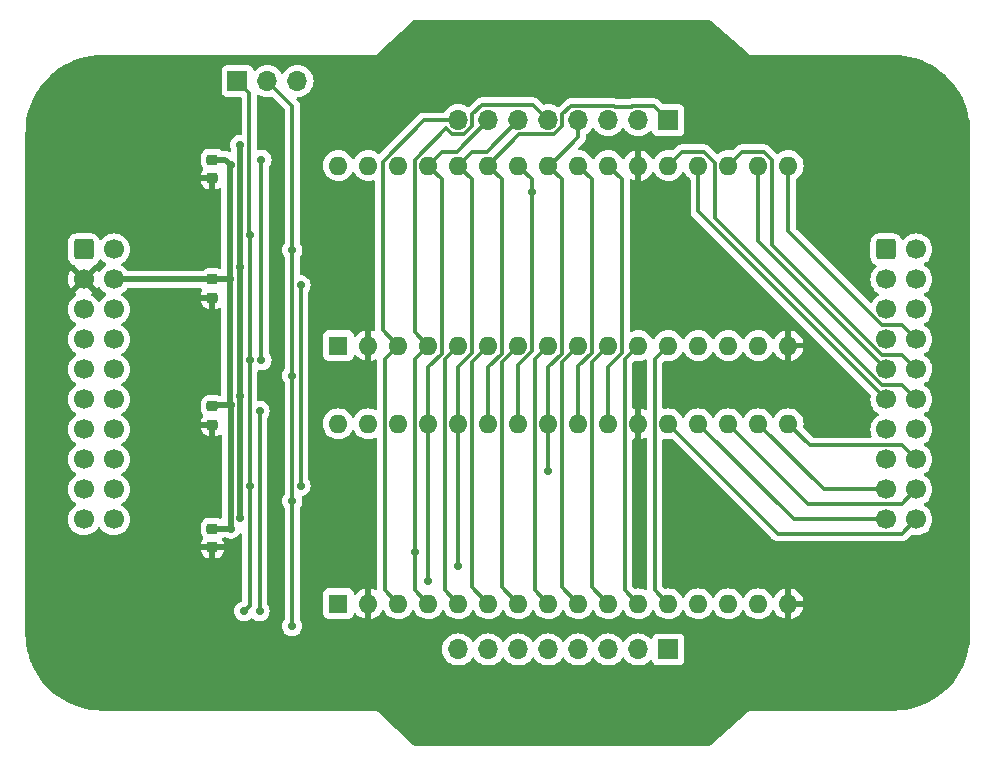
<source format=gbl>
%TF.GenerationSoftware,KiCad,Pcbnew,8.0.7*%
%TF.CreationDate,2025-02-11T17:28:11+05:30*%
%TF.ProjectId,Program Counter,50726f67-7261-46d2-9043-6f756e746572,rev?*%
%TF.SameCoordinates,Original*%
%TF.FileFunction,Copper,L2,Bot*%
%TF.FilePolarity,Positive*%
%FSLAX46Y46*%
G04 Gerber Fmt 4.6, Leading zero omitted, Abs format (unit mm)*
G04 Created by KiCad (PCBNEW 8.0.7) date 2025-02-11 17:28:11*
%MOMM*%
%LPD*%
G01*
G04 APERTURE LIST*
G04 Aperture macros list*
%AMRoundRect*
0 Rectangle with rounded corners*
0 $1 Rounding radius*
0 $2 $3 $4 $5 $6 $7 $8 $9 X,Y pos of 4 corners*
0 Add a 4 corners polygon primitive as box body*
4,1,4,$2,$3,$4,$5,$6,$7,$8,$9,$2,$3,0*
0 Add four circle primitives for the rounded corners*
1,1,$1+$1,$2,$3*
1,1,$1+$1,$4,$5*
1,1,$1+$1,$6,$7*
1,1,$1+$1,$8,$9*
0 Add four rect primitives between the rounded corners*
20,1,$1+$1,$2,$3,$4,$5,0*
20,1,$1+$1,$4,$5,$6,$7,0*
20,1,$1+$1,$6,$7,$8,$9,0*
20,1,$1+$1,$8,$9,$2,$3,0*%
G04 Aperture macros list end*
%TA.AperFunction,ComponentPad*%
%ADD10R,1.600000X1.600000*%
%TD*%
%TA.AperFunction,ComponentPad*%
%ADD11O,1.600000X1.600000*%
%TD*%
%TA.AperFunction,ComponentPad*%
%ADD12R,1.700000X1.700000*%
%TD*%
%TA.AperFunction,ComponentPad*%
%ADD13O,1.700000X1.700000*%
%TD*%
%TA.AperFunction,ComponentPad*%
%ADD14RoundRect,0.250000X-0.600000X-0.600000X0.600000X-0.600000X0.600000X0.600000X-0.600000X0.600000X0*%
%TD*%
%TA.AperFunction,ComponentPad*%
%ADD15C,1.700000*%
%TD*%
%TA.AperFunction,SMDPad,CuDef*%
%ADD16RoundRect,0.225000X0.250000X-0.225000X0.250000X0.225000X-0.250000X0.225000X-0.250000X-0.225000X0*%
%TD*%
%TA.AperFunction,ViaPad*%
%ADD17C,0.700000*%
%TD*%
%TA.AperFunction,Conductor*%
%ADD18C,0.500000*%
%TD*%
%TA.AperFunction,Conductor*%
%ADD19C,0.300000*%
%TD*%
G04 APERTURE END LIST*
D10*
%TO.P,U5,1,NC*%
%TO.N,unconnected-(U5-NC-Pad1)*%
X120980000Y-74595000D03*
D11*
%TO.P,U5,2,A16*%
%TO.N,GND*%
X123520000Y-74595000D03*
%TO.P,U5,3,A15*%
%TO.N,/ROM/ADDR15*%
X126060000Y-74595000D03*
%TO.P,U5,4,A12*%
%TO.N,/ROM/ADDR12*%
X128600000Y-74595000D03*
%TO.P,U5,5,A7*%
%TO.N,/ROM/ADDR7*%
X131140000Y-74595000D03*
%TO.P,U5,6,A6*%
%TO.N,/ROM/ADDR6*%
X133680000Y-74595000D03*
%TO.P,U5,7,A5*%
%TO.N,/ROM/ADDR5*%
X136220000Y-74595000D03*
%TO.P,U5,8,A4*%
%TO.N,/ROM/ADDR4*%
X138760000Y-74595000D03*
%TO.P,U5,9,A3*%
%TO.N,/ROM/ADDR3*%
X141300000Y-74595000D03*
%TO.P,U5,10,A2*%
%TO.N,/ROM/ADDR2*%
X143840000Y-74595000D03*
%TO.P,U5,11,A1*%
%TO.N,/ROM/ADDR1*%
X146380000Y-74595000D03*
%TO.P,U5,12,A0*%
%TO.N,/ROM/ADDR0*%
X148920000Y-74595000D03*
%TO.P,U5,13,D0*%
%TO.N,/RD0*%
X151460000Y-74595000D03*
%TO.P,U5,14,D1*%
%TO.N,/RD1*%
X154000000Y-74595000D03*
%TO.P,U5,15,D2*%
%TO.N,/RD2*%
X156540000Y-74595000D03*
%TO.P,U5,16,GND*%
%TO.N,GND*%
X159080000Y-74595000D03*
%TO.P,U5,17,D3*%
%TO.N,/RD3*%
X159080000Y-59355000D03*
%TO.P,U5,18,D4*%
%TO.N,/RD4*%
X156540000Y-59355000D03*
%TO.P,U5,19,D5*%
%TO.N,/RD5*%
X154000000Y-59355000D03*
%TO.P,U5,20,D6*%
%TO.N,/RD6*%
X151460000Y-59355000D03*
%TO.P,U5,21,D7*%
%TO.N,/RD7*%
X148920000Y-59355000D03*
%TO.P,U5,22,CE*%
%TO.N,GND*%
X146380000Y-59355000D03*
%TO.P,U5,23,A10*%
%TO.N,/ROM/ADDR10*%
X143840000Y-59355000D03*
%TO.P,U5,24,OE*%
%TO.N,/ROM/~{O}*%
X141300000Y-59355000D03*
%TO.P,U5,25,A11*%
%TO.N,/ROM/ADDR11*%
X138760000Y-59355000D03*
%TO.P,U5,26,A9*%
%TO.N,/ROM/ADDR9*%
X136220000Y-59355000D03*
%TO.P,U5,27,A8*%
%TO.N,/ROM/ADDR8*%
X133680000Y-59355000D03*
%TO.P,U5,28,A13*%
%TO.N,/ROM/ADDR13*%
X131140000Y-59355000D03*
%TO.P,U5,29,A14*%
%TO.N,/ROM/ADDR14*%
X128600000Y-59355000D03*
%TO.P,U5,30,NC*%
%TO.N,unconnected-(U5-NC-Pad30)*%
X126060000Y-59355000D03*
%TO.P,U5,31,PGM*%
%TO.N,VCC*%
X123520000Y-59355000D03*
%TO.P,U5,32,VCC*%
X120980000Y-59355000D03*
%TD*%
D10*
%TO.P,U6,1,NC*%
%TO.N,unconnected-(U6-NC-Pad1)*%
X120980000Y-96455000D03*
D11*
%TO.P,U6,2,A16*%
%TO.N,GND*%
X123520000Y-96455000D03*
%TO.P,U6,3,A15*%
%TO.N,/ROM/ADDR15*%
X126060000Y-96455000D03*
%TO.P,U6,4,A12*%
%TO.N,/ROM/ADDR12*%
X128600000Y-96455000D03*
%TO.P,U6,5,A7*%
%TO.N,/ROM/ADDR7*%
X131140000Y-96455000D03*
%TO.P,U6,6,A6*%
%TO.N,/ROM/ADDR6*%
X133680000Y-96455000D03*
%TO.P,U6,7,A5*%
%TO.N,/ROM/ADDR5*%
X136220000Y-96455000D03*
%TO.P,U6,8,A4*%
%TO.N,/ROM/ADDR4*%
X138760000Y-96455000D03*
%TO.P,U6,9,A3*%
%TO.N,/ROM/ADDR3*%
X141300000Y-96455000D03*
%TO.P,U6,10,A2*%
%TO.N,/ROM/ADDR2*%
X143840000Y-96455000D03*
%TO.P,U6,11,A1*%
%TO.N,/ROM/ADDR1*%
X146380000Y-96455000D03*
%TO.P,U6,12,A0*%
%TO.N,/ROM/ADDR0*%
X148920000Y-96455000D03*
%TO.P,U6,13,D0*%
%TO.N,/RD8*%
X151460000Y-96455000D03*
%TO.P,U6,14,D1*%
%TO.N,/RD9*%
X154000000Y-96455000D03*
%TO.P,U6,15,D2*%
%TO.N,/RD10*%
X156540000Y-96455000D03*
%TO.P,U6,16,GND*%
%TO.N,GND*%
X159080000Y-96455000D03*
%TO.P,U6,17,D3*%
%TO.N,/RD11*%
X159080000Y-81215000D03*
%TO.P,U6,18,D4*%
%TO.N,/RD12*%
X156540000Y-81215000D03*
%TO.P,U6,19,D5*%
%TO.N,/RD13*%
X154000000Y-81215000D03*
%TO.P,U6,20,D6*%
%TO.N,/RD14*%
X151460000Y-81215000D03*
%TO.P,U6,21,D7*%
%TO.N,/RD15*%
X148920000Y-81215000D03*
%TO.P,U6,22,CE*%
%TO.N,GND*%
X146380000Y-81215000D03*
%TO.P,U6,23,A10*%
%TO.N,/ROM/ADDR10*%
X143840000Y-81215000D03*
%TO.P,U6,24,OE*%
%TO.N,/ROM/~{O}*%
X141300000Y-81215000D03*
%TO.P,U6,25,A11*%
%TO.N,/ROM/ADDR11*%
X138760000Y-81215000D03*
%TO.P,U6,26,A9*%
%TO.N,/ROM/ADDR9*%
X136220000Y-81215000D03*
%TO.P,U6,27,A8*%
%TO.N,/ROM/ADDR8*%
X133680000Y-81215000D03*
%TO.P,U6,28,A13*%
%TO.N,/ROM/ADDR13*%
X131140000Y-81215000D03*
%TO.P,U6,29,A14*%
%TO.N,/ROM/ADDR14*%
X128600000Y-81215000D03*
%TO.P,U6,30,NC*%
%TO.N,unconnected-(U6-NC-Pad30)*%
X126060000Y-81215000D03*
%TO.P,U6,31,PGM*%
%TO.N,VCC*%
X123520000Y-81215000D03*
%TO.P,U6,32,VCC*%
X120980000Y-81215000D03*
%TD*%
D12*
%TO.P,J1,1,Pin_1*%
%TO.N,/PCE*%
X112450000Y-52200000D03*
D13*
%TO.P,J1,2,Pin_2*%
%TO.N,/PCL*%
X114990000Y-52200000D03*
%TO.P,J1,3,Pin_3*%
%TO.N,/ROM/~{O}*%
X117530000Y-52200000D03*
%TD*%
D12*
%TO.P,J5,1,Pin_1*%
%TO.N,/ROM/ADDR8*%
X148920000Y-55520000D03*
D13*
%TO.P,J5,2,Pin_2*%
%TO.N,/ROM/ADDR9*%
X146380000Y-55520000D03*
%TO.P,J5,3,Pin_3*%
%TO.N,/ROM/ADDR10*%
X143840000Y-55520000D03*
%TO.P,J5,4,Pin_4*%
%TO.N,/ROM/ADDR11*%
X141300000Y-55520000D03*
%TO.P,J5,5,Pin_5*%
%TO.N,/ROM/ADDR12*%
X138760000Y-55520000D03*
%TO.P,J5,6,Pin_6*%
%TO.N,/ROM/ADDR13*%
X136220000Y-55520000D03*
%TO.P,J5,7,Pin_7*%
%TO.N,/ROM/ADDR14*%
X133680000Y-55520000D03*
%TO.P,J5,8,Pin_8*%
%TO.N,/ROM/ADDR15*%
X131140000Y-55520000D03*
%TD*%
D14*
%TO.P,J2,1,Pin_1*%
%TO.N,/bus connector/3v3*%
X99440000Y-66460000D03*
D15*
%TO.P,J2,2,Pin_2*%
%TO.N,VCC*%
X101980000Y-66460000D03*
%TO.P,J2,3,Pin_3*%
%TO.N,GND*%
X99440000Y-69000000D03*
%TO.P,J2,4,Pin_4*%
%TO.N,/CLK*%
X101980000Y-69000000D03*
%TO.P,J2,5,Pin_5*%
%TO.N,/bus connector/IO0*%
X99440000Y-71540000D03*
%TO.P,J2,6,Pin_6*%
%TO.N,/bus connector/IO1*%
X101980000Y-71540000D03*
%TO.P,J2,7,Pin_7*%
%TO.N,/bus connector/IO2*%
X99440000Y-74080000D03*
%TO.P,J2,8,Pin_8*%
%TO.N,/bus connector/IO3*%
X101980000Y-74080000D03*
%TO.P,J2,9,Pin_9*%
%TO.N,/bus connector/IO4*%
X99440000Y-76620000D03*
%TO.P,J2,10,Pin_10*%
%TO.N,/bus connector/IO5*%
X101980000Y-76620000D03*
%TO.P,J2,11,Pin_11*%
%TO.N,/bus connector/IO6*%
X99440000Y-79160000D03*
%TO.P,J2,12,Pin_12*%
%TO.N,/bus connector/IO7*%
X101980000Y-79160000D03*
%TO.P,J2,13,Pin_13*%
%TO.N,/bus connector/IO8*%
X99440000Y-81700000D03*
%TO.P,J2,14,Pin_14*%
%TO.N,/bus connector/IO9*%
X101980000Y-81700000D03*
%TO.P,J2,15,Pin_15*%
%TO.N,/bus connector/IO10*%
X99440000Y-84240000D03*
%TO.P,J2,16,Pin_16*%
%TO.N,/bus connector/IO11*%
X101980000Y-84240000D03*
%TO.P,J2,17,Pin_17*%
%TO.N,/bus connector/IO12*%
X99440000Y-86780000D03*
%TO.P,J2,18,Pin_18*%
%TO.N,/bus connector/IO13*%
X101980000Y-86780000D03*
%TO.P,J2,19,Pin_19*%
%TO.N,/bus connector/IO14*%
X99440000Y-89320000D03*
%TO.P,J2,20,Pin_20*%
%TO.N,/bus connector/IO15*%
X101980000Y-89320000D03*
%TD*%
D14*
%TO.P,J3,1,Pin_1*%
%TO.N,/bus connector1/3v3*%
X167390000Y-66460000D03*
D15*
%TO.P,J3,2,Pin_2*%
%TO.N,/bus connector1/5v*%
X169930000Y-66460000D03*
%TO.P,J3,3,Pin_3*%
%TO.N,/bus connector1/GND*%
X167390000Y-69000000D03*
%TO.P,J3,4,Pin_4*%
%TO.N,/bus connector1/CLK*%
X169930000Y-69000000D03*
%TO.P,J3,5,Pin_5*%
%TO.N,/RD0*%
X167390000Y-71540000D03*
%TO.P,J3,6,Pin_6*%
%TO.N,/RD1*%
X169930000Y-71540000D03*
%TO.P,J3,7,Pin_7*%
%TO.N,/RD2*%
X167390000Y-74080000D03*
%TO.P,J3,8,Pin_8*%
%TO.N,/RD3*%
X169930000Y-74080000D03*
%TO.P,J3,9,Pin_9*%
%TO.N,/RD4*%
X167390000Y-76620000D03*
%TO.P,J3,10,Pin_10*%
%TO.N,/RD5*%
X169930000Y-76620000D03*
%TO.P,J3,11,Pin_11*%
%TO.N,/RD6*%
X167390000Y-79160000D03*
%TO.P,J3,12,Pin_12*%
%TO.N,/RD7*%
X169930000Y-79160000D03*
%TO.P,J3,13,Pin_13*%
%TO.N,/RD8*%
X167390000Y-81700000D03*
%TO.P,J3,14,Pin_14*%
%TO.N,/RD9*%
X169930000Y-81700000D03*
%TO.P,J3,15,Pin_15*%
%TO.N,/RD10*%
X167390000Y-84240000D03*
%TO.P,J3,16,Pin_16*%
%TO.N,/RD11*%
X169930000Y-84240000D03*
%TO.P,J3,17,Pin_17*%
%TO.N,/RD12*%
X167390000Y-86780000D03*
%TO.P,J3,18,Pin_18*%
%TO.N,/RD13*%
X169930000Y-86780000D03*
%TO.P,J3,19,Pin_19*%
%TO.N,/RD14*%
X167390000Y-89320000D03*
%TO.P,J3,20,Pin_20*%
%TO.N,/RD15*%
X169930000Y-89320000D03*
%TD*%
D12*
%TO.P,J4,1,Pin_1*%
%TO.N,/ROM/ADDR0*%
X148920000Y-100330000D03*
D13*
%TO.P,J4,2,Pin_2*%
%TO.N,/ROM/ADDR1*%
X146380000Y-100330000D03*
%TO.P,J4,3,Pin_3*%
%TO.N,/ROM/ADDR2*%
X143840000Y-100330000D03*
%TO.P,J4,4,Pin_4*%
%TO.N,/ROM/ADDR3*%
X141300000Y-100330000D03*
%TO.P,J4,5,Pin_5*%
%TO.N,/ROM/ADDR4*%
X138760000Y-100330000D03*
%TO.P,J4,6,Pin_6*%
%TO.N,/ROM/ADDR5*%
X136220000Y-100330000D03*
%TO.P,J4,7,Pin_7*%
%TO.N,/ROM/ADDR6*%
X133680000Y-100330000D03*
%TO.P,J4,8,Pin_8*%
%TO.N,/ROM/ADDR7*%
X131140000Y-100330000D03*
%TD*%
D16*
%TO.P,C2,1*%
%TO.N,GND*%
X110320000Y-70550000D03*
%TO.P,C2,2*%
%TO.N,/CLK*%
X110320000Y-69000000D03*
%TD*%
%TO.P,C3,1*%
%TO.N,GND*%
X110320000Y-81295000D03*
%TO.P,C3,2*%
%TO.N,/CLK*%
X110320000Y-79745000D03*
%TD*%
%TO.P,C1,1*%
%TO.N,GND*%
X110320000Y-60420000D03*
%TO.P,C1,2*%
%TO.N,/CLK*%
X110320000Y-58870000D03*
%TD*%
%TO.P,C4,1*%
%TO.N,GND*%
X110320000Y-91660000D03*
%TO.P,C4,2*%
%TO.N,/CLK*%
X110320000Y-90110000D03*
%TD*%
D17*
%TO.N,VCC*%
X112680000Y-78851700D03*
X112665000Y-89175000D03*
X112690000Y-67928300D03*
X112690000Y-57600000D03*
%TO.N,Net-(U1-TC)*%
X114480000Y-58875000D03*
X114480000Y-75850000D03*
%TO.N,GND*%
X124100000Y-56900000D03*
X119160000Y-59160000D03*
X108905000Y-66495000D03*
X119970000Y-66680000D03*
X109000000Y-87741700D03*
X108918300Y-77118300D03*
X119200000Y-80400000D03*
%TO.N,/PCE*%
X113490000Y-75840000D03*
X113000000Y-97095000D03*
X113480000Y-86500000D03*
X113490000Y-65225000D03*
%TO.N,/PCL*%
X117090000Y-77140000D03*
X117090000Y-66490000D03*
X117090000Y-87741700D03*
X117075000Y-98365000D03*
%TO.N,/CLK*%
X111840000Y-69000000D03*
X111865000Y-79671699D03*
X111870000Y-90090000D03*
X111865000Y-59325001D03*
%TO.N,Net-(U2-TC)*%
X117790000Y-69500000D03*
X117790000Y-86471700D03*
%TO.N,/ROM/ADDR11*%
X138701700Y-85201700D03*
%TO.N,Net-(U3-TC)*%
X114321700Y-80121700D03*
X114321700Y-97081700D03*
%TO.N,/ROM/ADDR9*%
X137370000Y-61560000D03*
%TO.N,/ROM/ADDR14*%
X128580000Y-94570000D03*
%TO.N,/ROM/ADDR12*%
X127450000Y-92040000D03*
%TO.N,/ROM/ADDR13*%
X131120000Y-93290000D03*
%TD*%
D18*
%TO.N,VCC*%
X112690000Y-67928300D02*
X112690000Y-57600000D01*
X112680000Y-78851700D02*
X112680000Y-67940000D01*
X112665000Y-89175000D02*
X112665000Y-78885000D01*
D19*
%TO.N,Net-(U1-TC)*%
X114480000Y-58875000D02*
X114480000Y-75850000D01*
%TO.N,/ROM/ADDR3*%
X141300000Y-74595000D02*
X139910000Y-75985000D01*
X139910000Y-95065000D02*
X141300000Y-96455000D01*
X139910000Y-75985000D02*
X139910000Y-95065000D01*
%TO.N,/ROM/ADDR2*%
X142450000Y-75985000D02*
X142450000Y-95065000D01*
X143840000Y-74595000D02*
X142450000Y-75985000D01*
X142450000Y-95065000D02*
X143840000Y-96455000D01*
%TO.N,/ROM/ADDR1*%
X146380000Y-74595000D02*
X145230000Y-75745000D01*
X145230000Y-75745000D02*
X145230000Y-95305000D01*
X145230000Y-95305000D02*
X146380000Y-96455000D01*
%TO.N,/PCE*%
X113490000Y-65225000D02*
X113490000Y-75840000D01*
X113480000Y-96615000D02*
X113000000Y-97095000D01*
X113490000Y-75840000D02*
X113480000Y-75850000D01*
X112450000Y-52200000D02*
X113460000Y-53210000D01*
X113460000Y-53210000D02*
X113460000Y-65195000D01*
X113480000Y-86500000D02*
X113480000Y-96615000D01*
X113480000Y-75850000D02*
X113480000Y-86500000D01*
X113460000Y-65195000D02*
X113490000Y-65225000D01*
%TO.N,/PCL*%
X117090000Y-54300000D02*
X117090000Y-66490000D01*
X117090000Y-87741700D02*
X117090000Y-98360000D01*
X117090000Y-87741700D02*
X117090000Y-77140000D01*
X114990000Y-52200000D02*
X117090000Y-54300000D01*
X117090000Y-77140000D02*
X117090000Y-66490000D01*
%TO.N,/ROM/ADDR0*%
X148920000Y-74595000D02*
X147770000Y-75745000D01*
X147770000Y-75745000D02*
X147770000Y-95305000D01*
X147770000Y-95305000D02*
X148920000Y-96455000D01*
D18*
%TO.N,/CLK*%
X111409999Y-58870000D02*
X110320000Y-58870000D01*
X111865000Y-59325001D02*
X111409999Y-58870000D01*
X111840000Y-69000000D02*
X111840000Y-79670000D01*
X110340000Y-90090000D02*
X110320000Y-90110000D01*
X111865000Y-79671699D02*
X111865000Y-90075000D01*
X111840000Y-69000000D02*
X111840000Y-59330000D01*
X110393301Y-79671699D02*
X110320000Y-79745000D01*
X111865000Y-79671699D02*
X110393301Y-79671699D01*
X101980000Y-69000000D02*
X111840000Y-69000000D01*
X111870000Y-90090000D02*
X110340000Y-90090000D01*
X111865000Y-90075000D02*
X111870000Y-90080000D01*
D19*
%TO.N,/ROM/ADDR7*%
X129990000Y-95305000D02*
X131140000Y-96455000D01*
X131140000Y-74595000D02*
X129990000Y-75745000D01*
X129990000Y-75745000D02*
X129990000Y-95305000D01*
%TO.N,/ROM/ADDR6*%
X132290000Y-95065000D02*
X132290000Y-75985000D01*
X132290000Y-75985000D02*
X133680000Y-74595000D01*
X133680000Y-96455000D02*
X132290000Y-95065000D01*
%TO.N,/ROM/ADDR5*%
X134830000Y-75985000D02*
X134830000Y-95065000D01*
X134830000Y-95065000D02*
X136220000Y-96455000D01*
X136220000Y-74595000D02*
X134830000Y-75985000D01*
%TO.N,/ROM/ADDR4*%
X137610000Y-95305000D02*
X137610000Y-75745000D01*
X138760000Y-96455000D02*
X137610000Y-95305000D01*
X137610000Y-75745000D02*
X138760000Y-74595000D01*
%TO.N,Net-(U2-TC)*%
X117790000Y-86471700D02*
X117790000Y-69500000D01*
%TO.N,/ROM/ADDR11*%
X138760000Y-76427893D02*
X138760000Y-81215000D01*
X141300000Y-56950000D02*
X141300000Y-55520000D01*
X138895000Y-59355000D02*
X141300000Y-56950000D01*
X138760000Y-81215000D02*
X138760000Y-85143400D01*
X138760000Y-85143400D02*
X138701700Y-85201700D01*
X138760000Y-59355000D02*
X139910000Y-60505000D01*
X138760000Y-59355000D02*
X138895000Y-59355000D01*
X139910000Y-75277893D02*
X138760000Y-76427893D01*
X139910000Y-60505000D02*
X139910000Y-75277893D01*
%TO.N,/ROM/ADDR10*%
X144990000Y-60505000D02*
X144990000Y-75230000D01*
X143840000Y-59355000D02*
X144990000Y-60505000D01*
X144990000Y-75230000D02*
X143840000Y-76380000D01*
X143840000Y-76380000D02*
X143840000Y-81215000D01*
%TO.N,/ROM/ADDR8*%
X136315000Y-56720000D02*
X139257057Y-56720000D01*
X134830000Y-60505000D02*
X134830000Y-75277893D01*
X148920000Y-55520000D02*
X148920000Y-55460000D01*
X133680000Y-59355000D02*
X134830000Y-60505000D01*
X144377057Y-54360000D02*
X145842943Y-54360000D01*
X145842943Y-54360000D02*
X145882943Y-54320000D01*
X133680000Y-76427893D02*
X133680000Y-81215000D01*
X144337057Y-54320000D02*
X144377057Y-54360000D01*
X147720000Y-54320000D02*
X148920000Y-55520000D01*
X139960000Y-55022943D02*
X140662943Y-54320000D01*
X133680000Y-59355000D02*
X136315000Y-56720000D01*
X134830000Y-75277893D02*
X133680000Y-76427893D01*
X145882943Y-54320000D02*
X147720000Y-54320000D01*
X139257057Y-56720000D02*
X139960000Y-56017057D01*
X140662943Y-54320000D02*
X144337057Y-54320000D01*
X139960000Y-56017057D02*
X139960000Y-55022943D01*
%TO.N,Net-(U3-TC)*%
X114321700Y-80121700D02*
X114321700Y-97081700D01*
%TO.N,/ROM/ADDR9*%
X137370000Y-60505000D02*
X137370000Y-61560000D01*
X136220000Y-59355000D02*
X137370000Y-60505000D01*
X137370000Y-61560000D02*
X137370000Y-75071346D01*
X136220000Y-76221346D02*
X136220000Y-81215000D01*
X137370000Y-75071346D02*
X136220000Y-76221346D01*
%TO.N,/ROM/ADDR14*%
X128600000Y-59355000D02*
X129750000Y-60505000D01*
X129750000Y-60505000D02*
X129750000Y-75277893D01*
X129750000Y-58205000D02*
X130995000Y-58205000D01*
X129750000Y-75277893D02*
X128600000Y-76427893D01*
X128600000Y-94550000D02*
X128580000Y-94570000D01*
X130995000Y-58205000D02*
X133680000Y-55520000D01*
X128600000Y-81215000D02*
X128600000Y-94550000D01*
X128600000Y-59355000D02*
X129750000Y-58205000D01*
X128600000Y-76427893D02*
X128600000Y-81215000D01*
%TO.N,/ROM/ADDR12*%
X131637057Y-56720000D02*
X132340000Y-56017057D01*
X132340000Y-55022943D02*
X133132943Y-54230000D01*
X127450000Y-95305000D02*
X127450000Y-75745000D01*
X127450000Y-75745000D02*
X128600000Y-74595000D01*
X128600000Y-96455000D02*
X127450000Y-95305000D01*
X137470000Y-54230000D02*
X138760000Y-55520000D01*
X128600000Y-74595000D02*
X127450000Y-73445000D01*
X127450000Y-73445000D02*
X127450000Y-58878654D01*
X132340000Y-56017057D02*
X132340000Y-55022943D01*
X130642943Y-56720000D02*
X131637057Y-56720000D01*
X130125799Y-56202855D02*
X130642943Y-56720000D01*
X133132943Y-54230000D02*
X137470000Y-54230000D01*
X127450000Y-58878654D02*
X130125799Y-56202855D01*
%TO.N,/ROM/ADDR15*%
X126060000Y-96455000D02*
X124910000Y-95305000D01*
X126060000Y-74595000D02*
X124770000Y-73305000D01*
X124910000Y-95305000D02*
X124910000Y-75745000D01*
X124910000Y-75745000D02*
X126060000Y-74595000D01*
X128268654Y-55520000D02*
X131140000Y-55520000D01*
X124770000Y-73305000D02*
X124770000Y-59018654D01*
X124770000Y-59018654D02*
X128268654Y-55520000D01*
%TO.N,/ROM/ADDR13*%
X131140000Y-93270000D02*
X131120000Y-93290000D01*
X131140000Y-59355000D02*
X132290000Y-58205000D01*
X131140000Y-81215000D02*
X131140000Y-93270000D01*
X133535000Y-58205000D02*
X136220000Y-55520000D01*
X131140000Y-76380000D02*
X131140000Y-81215000D01*
X132290000Y-60505000D02*
X132290000Y-75230000D01*
X132290000Y-58205000D02*
X133535000Y-58205000D01*
X131140000Y-59355000D02*
X132290000Y-60505000D01*
X132290000Y-75230000D02*
X131140000Y-76380000D01*
%TO.N,/ROM/~{O}*%
X142450000Y-75190000D02*
X141300000Y-76340000D01*
X142450000Y-60505000D02*
X142450000Y-75190000D01*
X141300000Y-76340000D02*
X141300000Y-81215000D01*
X141300000Y-59355000D02*
X142450000Y-60505000D01*
%TO.N,/RD11*%
X159080000Y-81215000D02*
X160905000Y-83040000D01*
X160905000Y-83040000D02*
X168730000Y-83040000D01*
X168730000Y-83040000D02*
X169930000Y-84240000D01*
%TO.N,/RD5*%
X167012943Y-75400000D02*
X168710000Y-75400000D01*
X168710000Y-75400000D02*
X169930000Y-76620000D01*
X157016346Y-58205000D02*
X157690000Y-58878654D01*
X157690000Y-58878654D02*
X157690000Y-66077057D01*
X154000000Y-59355000D02*
X155150000Y-58205000D01*
X155150000Y-58205000D02*
X157016346Y-58205000D01*
X157690000Y-66077057D02*
X167012943Y-75400000D01*
%TO.N,/RD4*%
X156540000Y-65770000D02*
X167390000Y-76620000D01*
X156540000Y-59355000D02*
X156540000Y-65770000D01*
%TO.N,/RD15*%
X148920000Y-81215000D02*
X158225000Y-90520000D01*
X158225000Y-90520000D02*
X168730000Y-90520000D01*
X168730000Y-90520000D02*
X169930000Y-89320000D01*
%TO.N,/RD12*%
X162105000Y-86780000D02*
X167390000Y-86780000D01*
X156540000Y-81215000D02*
X162105000Y-86780000D01*
%TO.N,/RD7*%
X152850000Y-59118654D02*
X152850000Y-63777057D01*
X168710000Y-77940000D02*
X169930000Y-79160000D01*
X151936346Y-58205000D02*
X152850000Y-59118654D01*
X152850000Y-63777057D02*
X167012943Y-77940000D01*
X148920000Y-59355000D02*
X150070000Y-58205000D01*
X167012943Y-77940000D02*
X168710000Y-77940000D01*
X150070000Y-58205000D02*
X151936346Y-58205000D01*
%TO.N,/RD14*%
X151460000Y-81215000D02*
X159565000Y-89320000D01*
X159565000Y-89320000D02*
X167390000Y-89320000D01*
%TO.N,/RD3*%
X167032943Y-72880000D02*
X168730000Y-72880000D01*
X159080000Y-59355000D02*
X159080000Y-64927057D01*
X159080000Y-64927057D02*
X167032943Y-72880000D01*
X168730000Y-72880000D02*
X169930000Y-74080000D01*
%TO.N,/RD6*%
X151460000Y-59355000D02*
X151460000Y-63230000D01*
X151460000Y-63230000D02*
X167390000Y-79160000D01*
%TO.N,/RD13*%
X160765000Y-87980000D02*
X168730000Y-87980000D01*
X168730000Y-87980000D02*
X169930000Y-86780000D01*
X154000000Y-81215000D02*
X160765000Y-87980000D01*
%TD*%
%TA.AperFunction,Conductor*%
%TO.N,GND*%
G36*
X100554925Y-69761371D02*
G01*
X100608120Y-69685404D01*
X100662697Y-69641780D01*
X100732196Y-69634588D01*
X100794550Y-69666111D01*
X100811268Y-69685404D01*
X100941505Y-69871401D01*
X100941506Y-69871402D01*
X101108597Y-70038493D01*
X101108603Y-70038498D01*
X101294158Y-70168425D01*
X101337783Y-70223002D01*
X101344977Y-70292500D01*
X101313454Y-70354855D01*
X101294158Y-70371575D01*
X101108597Y-70501505D01*
X100941505Y-70668597D01*
X100811575Y-70854158D01*
X100756998Y-70897783D01*
X100687500Y-70904977D01*
X100625145Y-70873454D01*
X100608425Y-70854158D01*
X100478494Y-70668597D01*
X100311402Y-70501506D01*
X100311401Y-70501505D01*
X100125405Y-70371269D01*
X100081781Y-70316692D01*
X100074588Y-70247193D01*
X100106110Y-70184839D01*
X100125404Y-70168120D01*
X100201371Y-70114925D01*
X99569408Y-69482962D01*
X99632993Y-69465925D01*
X99747007Y-69400099D01*
X99840099Y-69307007D01*
X99905925Y-69192993D01*
X99922962Y-69129408D01*
X100554925Y-69761371D01*
G37*
%TD.AperFunction*%
%TA.AperFunction,Conductor*%
G36*
X100900720Y-67298779D02*
G01*
X100937483Y-67327766D01*
X100937677Y-67327573D01*
X100939313Y-67329209D01*
X100940354Y-67330030D01*
X100941501Y-67331397D01*
X101108597Y-67498493D01*
X101108603Y-67498498D01*
X101294158Y-67628425D01*
X101337783Y-67683002D01*
X101344977Y-67752500D01*
X101313454Y-67814855D01*
X101294158Y-67831575D01*
X101108597Y-67961505D01*
X100941508Y-68128594D01*
X100811269Y-68314595D01*
X100756692Y-68358219D01*
X100687193Y-68365412D01*
X100624839Y-68333890D01*
X100608119Y-68314595D01*
X100554925Y-68238626D01*
X99922962Y-68870590D01*
X99905925Y-68807007D01*
X99840099Y-68692993D01*
X99747007Y-68599901D01*
X99632993Y-68534075D01*
X99569409Y-68517037D01*
X100205788Y-67880657D01*
X100216208Y-67828809D01*
X100264822Y-67778625D01*
X100286962Y-67768795D01*
X100359334Y-67744814D01*
X100508656Y-67652712D01*
X100632712Y-67528656D01*
X100724814Y-67379334D01*
X100727662Y-67370738D01*
X100767429Y-67313294D01*
X100831944Y-67286468D01*
X100900720Y-67298779D01*
G37*
%TD.AperFunction*%
%TA.AperFunction,Conductor*%
G36*
X146630000Y-82493872D02*
G01*
X146826317Y-82441269D01*
X146826326Y-82441265D01*
X146943095Y-82386816D01*
X147012173Y-82376324D01*
X147075957Y-82404844D01*
X147114196Y-82463320D01*
X147119500Y-82499198D01*
X147119500Y-95170250D01*
X147099815Y-95237289D01*
X147047011Y-95283044D01*
X146977853Y-95292988D01*
X146943095Y-95282632D01*
X146895421Y-95260401D01*
X146826496Y-95228261D01*
X146826492Y-95228260D01*
X146826488Y-95228258D01*
X146606697Y-95169366D01*
X146606693Y-95169365D01*
X146606692Y-95169365D01*
X146606691Y-95169364D01*
X146606686Y-95169364D01*
X146380002Y-95149532D01*
X146379998Y-95149532D01*
X146153313Y-95169364D01*
X146153299Y-95169367D01*
X146112834Y-95180209D01*
X146042984Y-95178545D01*
X145993061Y-95148115D01*
X145916819Y-95071873D01*
X145883334Y-95010550D01*
X145880500Y-94984192D01*
X145880500Y-82588619D01*
X145900185Y-82521580D01*
X145952989Y-82475825D01*
X146022147Y-82465881D01*
X146036594Y-82468844D01*
X146129999Y-82493871D01*
X146130000Y-82493871D01*
X146130000Y-81530686D01*
X146134394Y-81535080D01*
X146225606Y-81587741D01*
X146327339Y-81615000D01*
X146432661Y-81615000D01*
X146534394Y-81587741D01*
X146625606Y-81535080D01*
X146630000Y-81530686D01*
X146630000Y-82493872D01*
G37*
%TD.AperFunction*%
%TA.AperFunction,Conductor*%
G36*
X146630000Y-60633872D02*
G01*
X146826317Y-60581269D01*
X146826326Y-60581265D01*
X147032482Y-60485134D01*
X147218820Y-60354657D01*
X147379657Y-60193820D01*
X147510132Y-60007484D01*
X147537341Y-59949134D01*
X147583513Y-59896695D01*
X147650707Y-59877542D01*
X147717588Y-59897757D01*
X147762106Y-59949133D01*
X147789431Y-60007732D01*
X147789432Y-60007734D01*
X147919954Y-60194141D01*
X148080858Y-60355045D01*
X148080861Y-60355047D01*
X148267266Y-60485568D01*
X148473504Y-60581739D01*
X148473509Y-60581740D01*
X148473511Y-60581741D01*
X148526415Y-60595916D01*
X148693308Y-60640635D01*
X148855230Y-60654801D01*
X148919998Y-60660468D01*
X148920000Y-60660468D01*
X148920002Y-60660468D01*
X148976673Y-60655509D01*
X149146692Y-60640635D01*
X149366496Y-60581739D01*
X149572734Y-60485568D01*
X149759139Y-60355047D01*
X149920047Y-60194139D01*
X150050568Y-60007734D01*
X150077618Y-59949724D01*
X150123790Y-59897285D01*
X150190983Y-59878133D01*
X150257865Y-59898348D01*
X150302382Y-59949725D01*
X150329429Y-60007728D01*
X150329432Y-60007734D01*
X150459954Y-60194141D01*
X150620855Y-60355042D01*
X150620858Y-60355044D01*
X150620861Y-60355047D01*
X150756626Y-60450109D01*
X150800248Y-60504683D01*
X150809500Y-60551682D01*
X150809500Y-63294069D01*
X150823090Y-63362388D01*
X150834499Y-63419744D01*
X150883535Y-63538127D01*
X150954723Y-63644669D01*
X150954726Y-63644673D01*
X150954727Y-63644674D01*
X166042290Y-78732236D01*
X166075775Y-78793559D01*
X166074384Y-78852008D01*
X166054937Y-78924589D01*
X166054937Y-78924590D01*
X166034341Y-79159999D01*
X166034341Y-79160000D01*
X166054936Y-79395403D01*
X166054938Y-79395413D01*
X166116094Y-79623655D01*
X166116096Y-79623659D01*
X166116097Y-79623663D01*
X166120000Y-79632032D01*
X166215965Y-79837830D01*
X166215967Y-79837834D01*
X166284793Y-79936127D01*
X166351501Y-80031396D01*
X166351506Y-80031402D01*
X166518597Y-80198493D01*
X166518603Y-80198498D01*
X166704158Y-80328425D01*
X166747783Y-80383002D01*
X166754977Y-80452500D01*
X166723454Y-80514855D01*
X166704158Y-80531575D01*
X166518597Y-80661505D01*
X166351505Y-80828597D01*
X166215965Y-81022169D01*
X166215964Y-81022171D01*
X166116098Y-81236335D01*
X166116094Y-81236344D01*
X166054938Y-81464586D01*
X166054936Y-81464596D01*
X166034341Y-81699999D01*
X166034341Y-81700000D01*
X166054936Y-81935403D01*
X166054938Y-81935413D01*
X166116094Y-82163655D01*
X166116097Y-82163664D01*
X166139148Y-82213095D01*
X166149640Y-82282172D01*
X166121121Y-82345956D01*
X166062644Y-82384196D01*
X166026766Y-82389500D01*
X161225808Y-82389500D01*
X161158769Y-82369815D01*
X161138127Y-82353181D01*
X160386884Y-81601938D01*
X160353399Y-81540615D01*
X160354791Y-81482162D01*
X160365633Y-81441699D01*
X160365632Y-81441699D01*
X160365635Y-81441692D01*
X160385468Y-81215000D01*
X160365635Y-80988308D01*
X160306739Y-80768504D01*
X160210568Y-80562266D01*
X160080047Y-80375861D01*
X160080045Y-80375858D01*
X159919141Y-80214954D01*
X159732734Y-80084432D01*
X159732732Y-80084431D01*
X159526497Y-79988261D01*
X159526488Y-79988258D01*
X159306697Y-79929366D01*
X159306693Y-79929365D01*
X159306692Y-79929365D01*
X159306691Y-79929364D01*
X159306686Y-79929364D01*
X159080002Y-79909532D01*
X159079998Y-79909532D01*
X158853313Y-79929364D01*
X158853302Y-79929366D01*
X158633511Y-79988258D01*
X158633502Y-79988261D01*
X158427267Y-80084431D01*
X158427265Y-80084432D01*
X158240858Y-80214954D01*
X158079954Y-80375858D01*
X157949432Y-80562265D01*
X157949431Y-80562267D01*
X157948769Y-80563687D01*
X157923786Y-80617265D01*
X157922382Y-80620275D01*
X157876209Y-80672714D01*
X157809016Y-80691866D01*
X157742135Y-80671650D01*
X157697618Y-80620275D01*
X157696217Y-80617271D01*
X157670568Y-80562266D01*
X157540047Y-80375861D01*
X157540045Y-80375858D01*
X157379141Y-80214954D01*
X157192734Y-80084432D01*
X157192732Y-80084431D01*
X156986497Y-79988261D01*
X156986488Y-79988258D01*
X156766697Y-79929366D01*
X156766693Y-79929365D01*
X156766692Y-79929365D01*
X156766691Y-79929364D01*
X156766686Y-79929364D01*
X156540002Y-79909532D01*
X156539998Y-79909532D01*
X156313313Y-79929364D01*
X156313302Y-79929366D01*
X156093511Y-79988258D01*
X156093502Y-79988261D01*
X155887267Y-80084431D01*
X155887265Y-80084432D01*
X155700858Y-80214954D01*
X155539954Y-80375858D01*
X155409432Y-80562265D01*
X155409431Y-80562267D01*
X155408769Y-80563687D01*
X155383786Y-80617265D01*
X155382382Y-80620275D01*
X155336209Y-80672714D01*
X155269016Y-80691866D01*
X155202135Y-80671650D01*
X155157618Y-80620275D01*
X155156217Y-80617271D01*
X155130568Y-80562266D01*
X155000047Y-80375861D01*
X155000045Y-80375858D01*
X154839141Y-80214954D01*
X154652734Y-80084432D01*
X154652732Y-80084431D01*
X154446497Y-79988261D01*
X154446488Y-79988258D01*
X154226697Y-79929366D01*
X154226693Y-79929365D01*
X154226692Y-79929365D01*
X154226691Y-79929364D01*
X154226686Y-79929364D01*
X154000002Y-79909532D01*
X153999998Y-79909532D01*
X153773313Y-79929364D01*
X153773302Y-79929366D01*
X153553511Y-79988258D01*
X153553502Y-79988261D01*
X153347267Y-80084431D01*
X153347265Y-80084432D01*
X153160858Y-80214954D01*
X152999954Y-80375858D01*
X152869432Y-80562265D01*
X152869431Y-80562267D01*
X152868769Y-80563687D01*
X152843786Y-80617265D01*
X152842382Y-80620275D01*
X152796209Y-80672714D01*
X152729016Y-80691866D01*
X152662135Y-80671650D01*
X152617618Y-80620275D01*
X152616217Y-80617271D01*
X152590568Y-80562266D01*
X152460047Y-80375861D01*
X152460045Y-80375858D01*
X152299141Y-80214954D01*
X152112734Y-80084432D01*
X152112732Y-80084431D01*
X151906497Y-79988261D01*
X151906488Y-79988258D01*
X151686697Y-79929366D01*
X151686693Y-79929365D01*
X151686692Y-79929365D01*
X151686691Y-79929364D01*
X151686686Y-79929364D01*
X151460002Y-79909532D01*
X151459998Y-79909532D01*
X151233313Y-79929364D01*
X151233302Y-79929366D01*
X151013511Y-79988258D01*
X151013502Y-79988261D01*
X150807267Y-80084431D01*
X150807265Y-80084432D01*
X150620858Y-80214954D01*
X150459954Y-80375858D01*
X150329432Y-80562265D01*
X150329431Y-80562267D01*
X150328769Y-80563687D01*
X150303786Y-80617265D01*
X150302382Y-80620275D01*
X150256209Y-80672714D01*
X150189016Y-80691866D01*
X150122135Y-80671650D01*
X150077618Y-80620275D01*
X150076217Y-80617271D01*
X150050568Y-80562266D01*
X149920047Y-80375861D01*
X149920045Y-80375858D01*
X149759141Y-80214954D01*
X149572734Y-80084432D01*
X149572732Y-80084431D01*
X149366497Y-79988261D01*
X149366488Y-79988258D01*
X149146697Y-79929366D01*
X149146693Y-79929365D01*
X149146692Y-79929365D01*
X149146691Y-79929364D01*
X149146686Y-79929364D01*
X148920002Y-79909532D01*
X148919998Y-79909532D01*
X148693313Y-79929364D01*
X148693302Y-79929366D01*
X148576593Y-79960638D01*
X148506743Y-79958975D01*
X148448881Y-79919812D01*
X148421377Y-79855583D01*
X148420500Y-79840863D01*
X148420500Y-76065808D01*
X148440185Y-75998769D01*
X148456814Y-75978131D01*
X148533062Y-75901882D01*
X148594383Y-75868399D01*
X148652834Y-75869789D01*
X148693308Y-75880635D01*
X148855230Y-75894801D01*
X148919998Y-75900468D01*
X148920000Y-75900468D01*
X148920002Y-75900468D01*
X148976807Y-75895498D01*
X149146692Y-75880635D01*
X149366496Y-75821739D01*
X149572734Y-75725568D01*
X149759139Y-75595047D01*
X149920047Y-75434139D01*
X150050568Y-75247734D01*
X150077618Y-75189724D01*
X150123790Y-75137285D01*
X150190983Y-75118133D01*
X150257865Y-75138348D01*
X150302382Y-75189725D01*
X150329429Y-75247728D01*
X150329432Y-75247734D01*
X150459954Y-75434141D01*
X150620858Y-75595045D01*
X150620861Y-75595047D01*
X150807266Y-75725568D01*
X151013504Y-75821739D01*
X151233308Y-75880635D01*
X151395230Y-75894801D01*
X151459998Y-75900468D01*
X151460000Y-75900468D01*
X151460002Y-75900468D01*
X151516807Y-75895498D01*
X151686692Y-75880635D01*
X151906496Y-75821739D01*
X152112734Y-75725568D01*
X152299139Y-75595047D01*
X152460047Y-75434139D01*
X152590568Y-75247734D01*
X152617618Y-75189724D01*
X152663790Y-75137285D01*
X152730983Y-75118133D01*
X152797865Y-75138348D01*
X152842382Y-75189725D01*
X152869429Y-75247728D01*
X152869432Y-75247734D01*
X152999954Y-75434141D01*
X153160858Y-75595045D01*
X153160861Y-75595047D01*
X153347266Y-75725568D01*
X153553504Y-75821739D01*
X153773308Y-75880635D01*
X153935230Y-75894801D01*
X153999998Y-75900468D01*
X154000000Y-75900468D01*
X154000002Y-75900468D01*
X154056807Y-75895498D01*
X154226692Y-75880635D01*
X154446496Y-75821739D01*
X154652734Y-75725568D01*
X154839139Y-75595047D01*
X155000047Y-75434139D01*
X155130568Y-75247734D01*
X155157618Y-75189724D01*
X155203790Y-75137285D01*
X155270983Y-75118133D01*
X155337865Y-75138348D01*
X155382382Y-75189725D01*
X155409429Y-75247728D01*
X155409432Y-75247734D01*
X155539954Y-75434141D01*
X155700858Y-75595045D01*
X155700861Y-75595047D01*
X155887266Y-75725568D01*
X156093504Y-75821739D01*
X156313308Y-75880635D01*
X156475230Y-75894801D01*
X156539998Y-75900468D01*
X156540000Y-75900468D01*
X156540002Y-75900468D01*
X156596807Y-75895498D01*
X156766692Y-75880635D01*
X156986496Y-75821739D01*
X157192734Y-75725568D01*
X157379139Y-75595047D01*
X157540047Y-75434139D01*
X157670568Y-75247734D01*
X157697895Y-75189129D01*
X157744064Y-75136695D01*
X157811257Y-75117542D01*
X157878139Y-75137757D01*
X157922657Y-75189133D01*
X157949865Y-75247482D01*
X158080342Y-75433820D01*
X158241179Y-75594657D01*
X158427517Y-75725134D01*
X158633673Y-75821265D01*
X158633682Y-75821269D01*
X158829999Y-75873872D01*
X158830000Y-75873871D01*
X158830000Y-74910686D01*
X158834394Y-74915080D01*
X158925606Y-74967741D01*
X159027339Y-74995000D01*
X159132661Y-74995000D01*
X159234394Y-74967741D01*
X159325606Y-74915080D01*
X159330000Y-74910686D01*
X159330000Y-75873872D01*
X159526317Y-75821269D01*
X159526326Y-75821265D01*
X159732482Y-75725134D01*
X159918820Y-75594657D01*
X160079657Y-75433820D01*
X160210134Y-75247482D01*
X160306265Y-75041326D01*
X160306269Y-75041317D01*
X160358872Y-74845000D01*
X159395686Y-74845000D01*
X159400080Y-74840606D01*
X159452741Y-74749394D01*
X159480000Y-74647661D01*
X159480000Y-74542339D01*
X159452741Y-74440606D01*
X159400080Y-74349394D01*
X159395686Y-74345000D01*
X160358872Y-74345000D01*
X160358872Y-74344999D01*
X160306269Y-74148682D01*
X160306265Y-74148673D01*
X160210134Y-73942517D01*
X160079657Y-73756179D01*
X159918820Y-73595342D01*
X159732482Y-73464865D01*
X159526328Y-73368734D01*
X159330000Y-73316127D01*
X159330000Y-74279314D01*
X159325606Y-74274920D01*
X159234394Y-74222259D01*
X159132661Y-74195000D01*
X159027339Y-74195000D01*
X158925606Y-74222259D01*
X158834394Y-74274920D01*
X158830000Y-74279314D01*
X158830000Y-73316127D01*
X158633671Y-73368734D01*
X158427517Y-73464865D01*
X158241179Y-73595342D01*
X158080342Y-73756179D01*
X157949867Y-73942515D01*
X157922657Y-74000867D01*
X157876484Y-74053306D01*
X157809290Y-74072457D01*
X157742409Y-74052241D01*
X157697893Y-74000865D01*
X157670570Y-73942271D01*
X157670567Y-73942265D01*
X157602176Y-73844592D01*
X157540047Y-73755861D01*
X157540045Y-73755858D01*
X157379141Y-73594954D01*
X157192734Y-73464432D01*
X157192732Y-73464431D01*
X156986497Y-73368261D01*
X156986488Y-73368258D01*
X156766697Y-73309366D01*
X156766693Y-73309365D01*
X156766692Y-73309365D01*
X156766691Y-73309364D01*
X156766686Y-73309364D01*
X156540002Y-73289532D01*
X156539998Y-73289532D01*
X156313313Y-73309364D01*
X156313302Y-73309366D01*
X156093511Y-73368258D01*
X156093502Y-73368261D01*
X155887267Y-73464431D01*
X155887265Y-73464432D01*
X155700858Y-73594954D01*
X155539954Y-73755858D01*
X155409432Y-73942265D01*
X155409431Y-73942267D01*
X155382382Y-74000275D01*
X155336209Y-74052714D01*
X155269016Y-74071866D01*
X155202135Y-74051650D01*
X155157618Y-74000275D01*
X155130568Y-73942267D01*
X155130567Y-73942265D01*
X155062176Y-73844592D01*
X155000047Y-73755861D01*
X155000045Y-73755858D01*
X154839141Y-73594954D01*
X154652734Y-73464432D01*
X154652732Y-73464431D01*
X154446497Y-73368261D01*
X154446488Y-73368258D01*
X154226697Y-73309366D01*
X154226693Y-73309365D01*
X154226692Y-73309365D01*
X154226691Y-73309364D01*
X154226686Y-73309364D01*
X154000002Y-73289532D01*
X153999998Y-73289532D01*
X153773313Y-73309364D01*
X153773302Y-73309366D01*
X153553511Y-73368258D01*
X153553502Y-73368261D01*
X153347267Y-73464431D01*
X153347265Y-73464432D01*
X153160858Y-73594954D01*
X152999954Y-73755858D01*
X152869432Y-73942265D01*
X152869431Y-73942267D01*
X152842382Y-74000275D01*
X152796209Y-74052714D01*
X152729016Y-74071866D01*
X152662135Y-74051650D01*
X152617618Y-74000275D01*
X152590568Y-73942267D01*
X152590567Y-73942265D01*
X152522176Y-73844592D01*
X152460047Y-73755861D01*
X152460045Y-73755858D01*
X152299141Y-73594954D01*
X152112734Y-73464432D01*
X152112732Y-73464431D01*
X151906497Y-73368261D01*
X151906488Y-73368258D01*
X151686697Y-73309366D01*
X151686693Y-73309365D01*
X151686692Y-73309365D01*
X151686691Y-73309364D01*
X151686686Y-73309364D01*
X151460002Y-73289532D01*
X151459998Y-73289532D01*
X151233313Y-73309364D01*
X151233302Y-73309366D01*
X151013511Y-73368258D01*
X151013502Y-73368261D01*
X150807267Y-73464431D01*
X150807265Y-73464432D01*
X150620858Y-73594954D01*
X150459954Y-73755858D01*
X150329432Y-73942265D01*
X150329431Y-73942267D01*
X150302382Y-74000275D01*
X150256209Y-74052714D01*
X150189016Y-74071866D01*
X150122135Y-74051650D01*
X150077618Y-74000275D01*
X150050568Y-73942267D01*
X150050567Y-73942265D01*
X149982176Y-73844592D01*
X149920047Y-73755861D01*
X149920045Y-73755858D01*
X149759141Y-73594954D01*
X149572734Y-73464432D01*
X149572732Y-73464431D01*
X149366497Y-73368261D01*
X149366488Y-73368258D01*
X149146697Y-73309366D01*
X149146693Y-73309365D01*
X149146692Y-73309365D01*
X149146691Y-73309364D01*
X149146686Y-73309364D01*
X148920002Y-73289532D01*
X148919998Y-73289532D01*
X148693313Y-73309364D01*
X148693302Y-73309366D01*
X148473511Y-73368258D01*
X148473502Y-73368261D01*
X148267267Y-73464431D01*
X148267265Y-73464432D01*
X148080858Y-73594954D01*
X147919954Y-73755858D01*
X147789432Y-73942265D01*
X147789431Y-73942267D01*
X147762382Y-74000275D01*
X147716209Y-74052714D01*
X147649016Y-74071866D01*
X147582135Y-74051650D01*
X147537618Y-74000275D01*
X147510568Y-73942267D01*
X147510567Y-73942265D01*
X147442176Y-73844592D01*
X147380047Y-73755861D01*
X147380045Y-73755858D01*
X147219141Y-73594954D01*
X147032734Y-73464432D01*
X147032732Y-73464431D01*
X146826497Y-73368261D01*
X146826488Y-73368258D01*
X146606697Y-73309366D01*
X146606693Y-73309365D01*
X146606692Y-73309365D01*
X146606691Y-73309364D01*
X146606686Y-73309364D01*
X146380002Y-73289532D01*
X146379998Y-73289532D01*
X146153313Y-73309364D01*
X146153302Y-73309366D01*
X145933511Y-73368258D01*
X145933502Y-73368262D01*
X145816905Y-73422632D01*
X145747827Y-73433124D01*
X145684043Y-73404604D01*
X145645804Y-73346127D01*
X145640500Y-73310250D01*
X145640500Y-60639198D01*
X145660185Y-60572159D01*
X145712989Y-60526404D01*
X145782147Y-60516460D01*
X145816905Y-60526816D01*
X145933673Y-60581265D01*
X145933682Y-60581269D01*
X146129999Y-60633872D01*
X146130000Y-60633871D01*
X146130000Y-59670686D01*
X146134394Y-59675080D01*
X146225606Y-59727741D01*
X146327339Y-59755000D01*
X146432661Y-59755000D01*
X146534394Y-59727741D01*
X146625606Y-59675080D01*
X146630000Y-59670686D01*
X146630000Y-60633872D01*
G37*
%TD.AperFunction*%
%TA.AperFunction,Conductor*%
G36*
X147075956Y-75785394D02*
G01*
X147114196Y-75843871D01*
X147119500Y-75879749D01*
X147119500Y-79930801D01*
X147099815Y-79997840D01*
X147047011Y-80043595D01*
X146977853Y-80053539D01*
X146943096Y-80043183D01*
X146826330Y-79988735D01*
X146630000Y-79936127D01*
X146630000Y-80899314D01*
X146625606Y-80894920D01*
X146534394Y-80842259D01*
X146432661Y-80815000D01*
X146327339Y-80815000D01*
X146225606Y-80842259D01*
X146134394Y-80894920D01*
X146130000Y-80899314D01*
X146130000Y-79936127D01*
X146129999Y-79936126D01*
X146036594Y-79961155D01*
X145966744Y-79959492D01*
X145908881Y-79920330D01*
X145881377Y-79856101D01*
X145880500Y-79841380D01*
X145880500Y-76065808D01*
X145900185Y-75998769D01*
X145916814Y-75978131D01*
X145993062Y-75901882D01*
X146054383Y-75868399D01*
X146112834Y-75869789D01*
X146153308Y-75880635D01*
X146315230Y-75894801D01*
X146379998Y-75900468D01*
X146380000Y-75900468D01*
X146380002Y-75900468D01*
X146436807Y-75895498D01*
X146606692Y-75880635D01*
X146826496Y-75821739D01*
X146943097Y-75767366D01*
X147012172Y-75756875D01*
X147075956Y-75785394D01*
G37*
%TD.AperFunction*%
%TA.AperFunction,Conductor*%
G36*
X152337457Y-47001561D02*
G01*
X152352810Y-47003582D01*
X152366684Y-47005408D01*
X152397949Y-47013785D01*
X152417623Y-47021934D01*
X152445654Y-47038119D01*
X152460444Y-47049468D01*
X152466922Y-47054796D01*
X152483749Y-47069619D01*
X152489465Y-47074985D01*
X152522084Y-47107604D01*
X152525282Y-47109450D01*
X152545247Y-47123790D01*
X155654355Y-49862519D01*
X155660073Y-49867887D01*
X155692686Y-49900500D01*
X155695878Y-49902343D01*
X155715844Y-49916683D01*
X155718615Y-49919124D01*
X155756513Y-49937916D01*
X155759939Y-49939615D01*
X155766853Y-49943320D01*
X155806814Y-49966392D01*
X155810377Y-49967346D01*
X155833380Y-49976033D01*
X155836681Y-49977670D01*
X155881917Y-49986771D01*
X155889511Y-49988550D01*
X155934108Y-50000500D01*
X155937799Y-50000500D01*
X155962256Y-50002935D01*
X155965875Y-50003664D01*
X156009870Y-50000877D01*
X156011916Y-50000748D01*
X156019754Y-50000500D01*
X167934108Y-50000500D01*
X167997688Y-50000500D01*
X168002324Y-50000587D01*
X168033754Y-50001763D01*
X168481082Y-50018500D01*
X168490306Y-50019192D01*
X168964101Y-50072575D01*
X168973247Y-50073954D01*
X169335901Y-50142572D01*
X169441708Y-50162592D01*
X169450749Y-50164655D01*
X169624139Y-50211114D01*
X169911287Y-50288056D01*
X169920133Y-50290784D01*
X170370158Y-50448255D01*
X170378778Y-50451637D01*
X170622667Y-50558045D01*
X170815784Y-50642302D01*
X170824138Y-50646326D01*
X171245640Y-50869096D01*
X171253671Y-50873732D01*
X171657371Y-51127393D01*
X171665033Y-51132617D01*
X172048641Y-51415732D01*
X172055883Y-51421508D01*
X172417275Y-51732511D01*
X172424072Y-51738818D01*
X172761181Y-52075927D01*
X172767488Y-52082724D01*
X173078491Y-52444116D01*
X173084273Y-52451366D01*
X173367382Y-52834966D01*
X173372606Y-52842628D01*
X173626267Y-53246328D01*
X173630903Y-53254359D01*
X173853673Y-53675861D01*
X173857697Y-53684215D01*
X174048359Y-54121215D01*
X174051747Y-54129848D01*
X174209212Y-54579859D01*
X174211945Y-54588719D01*
X174335344Y-55049250D01*
X174337407Y-55058291D01*
X174426043Y-55526741D01*
X174427425Y-55535910D01*
X174480806Y-56009681D01*
X174481499Y-56018928D01*
X174499413Y-56497674D01*
X174499500Y-56502311D01*
X174499500Y-98997688D01*
X174499413Y-99002325D01*
X174481499Y-99481071D01*
X174480806Y-99490318D01*
X174427425Y-99964089D01*
X174426043Y-99973258D01*
X174337407Y-100441708D01*
X174335344Y-100450749D01*
X174211945Y-100911280D01*
X174209212Y-100920140D01*
X174051747Y-101370151D01*
X174048359Y-101378784D01*
X173857697Y-101815784D01*
X173853673Y-101824138D01*
X173630903Y-102245640D01*
X173626267Y-102253671D01*
X173372606Y-102657371D01*
X173367382Y-102665033D01*
X173084273Y-103048633D01*
X173078491Y-103055883D01*
X172767488Y-103417275D01*
X172761181Y-103424072D01*
X172424072Y-103761181D01*
X172417275Y-103767488D01*
X172055883Y-104078491D01*
X172048633Y-104084273D01*
X171665033Y-104367382D01*
X171657371Y-104372606D01*
X171253671Y-104626267D01*
X171245640Y-104630903D01*
X170824138Y-104853673D01*
X170815784Y-104857697D01*
X170378784Y-105048359D01*
X170370151Y-105051747D01*
X169920140Y-105209212D01*
X169911280Y-105211945D01*
X169450749Y-105335344D01*
X169441708Y-105337407D01*
X168973258Y-105426043D01*
X168964089Y-105427425D01*
X168490318Y-105480806D01*
X168481071Y-105481499D01*
X168002325Y-105499413D01*
X167997688Y-105499500D01*
X156019754Y-105499500D01*
X156011916Y-105499252D01*
X155965876Y-105496335D01*
X155962257Y-105497064D01*
X155937799Y-105499500D01*
X155934105Y-105499500D01*
X155889523Y-105511445D01*
X155881895Y-105513232D01*
X155836683Y-105522329D01*
X155836668Y-105522334D01*
X155833360Y-105523975D01*
X155810399Y-105532646D01*
X155806817Y-105533606D01*
X155806810Y-105533609D01*
X155766852Y-105556678D01*
X155759944Y-105560380D01*
X155718618Y-105580873D01*
X155718612Y-105580877D01*
X155715832Y-105583326D01*
X155695895Y-105597646D01*
X155692693Y-105599494D01*
X155692686Y-105599500D01*
X155660071Y-105632114D01*
X155654356Y-105637478D01*
X152545244Y-108376211D01*
X152525286Y-108390546D01*
X152522086Y-108392393D01*
X152522082Y-108392396D01*
X152489464Y-108425014D01*
X152483749Y-108430379D01*
X152466880Y-108445239D01*
X152460407Y-108450564D01*
X152445656Y-108461883D01*
X152417616Y-108478072D01*
X152397950Y-108486217D01*
X152366692Y-108494593D01*
X152353367Y-108496347D01*
X152337478Y-108498439D01*
X152321297Y-108499500D01*
X127508127Y-108499500D01*
X127491945Y-108498439D01*
X127474061Y-108496085D01*
X127462709Y-108494590D01*
X127431450Y-108486213D01*
X127411787Y-108478069D01*
X127383747Y-108461881D01*
X127361248Y-108444616D01*
X127352246Y-108437001D01*
X127349205Y-108434170D01*
X127346015Y-108431092D01*
X127307317Y-108392394D01*
X127300867Y-108387444D01*
X127301120Y-108387113D01*
X127289149Y-108378261D01*
X124349213Y-105641287D01*
X124346023Y-105638209D01*
X124307316Y-105599501D01*
X124300868Y-105594554D01*
X124301123Y-105594221D01*
X124299669Y-105593146D01*
X124299426Y-105593489D01*
X124292809Y-105588777D01*
X124292808Y-105588776D01*
X124244440Y-105563109D01*
X124240608Y-105560987D01*
X124193186Y-105533608D01*
X124193181Y-105533606D01*
X124185680Y-105530499D01*
X124185839Y-105530113D01*
X124184153Y-105529449D01*
X124184008Y-105529840D01*
X124176402Y-105527003D01*
X124123031Y-105514728D01*
X124118733Y-105513658D01*
X124117143Y-105513232D01*
X124110474Y-105511445D01*
X124065895Y-105499500D01*
X124057838Y-105498440D01*
X124057892Y-105498023D01*
X124056101Y-105497820D01*
X124056062Y-105498237D01*
X124047973Y-105497465D01*
X124047968Y-105497465D01*
X123998023Y-105499250D01*
X123993262Y-105499421D01*
X123988832Y-105499500D01*
X101002312Y-105499500D01*
X100997675Y-105499413D01*
X100518928Y-105481499D01*
X100509681Y-105480806D01*
X100035910Y-105427425D01*
X100026741Y-105426043D01*
X99558291Y-105337407D01*
X99549250Y-105335344D01*
X99088719Y-105211945D01*
X99079859Y-105209212D01*
X98629848Y-105051747D01*
X98621215Y-105048359D01*
X98184215Y-104857697D01*
X98175861Y-104853673D01*
X97754359Y-104630903D01*
X97746328Y-104626267D01*
X97342628Y-104372606D01*
X97334966Y-104367382D01*
X96951366Y-104084273D01*
X96944116Y-104078491D01*
X96582724Y-103767488D01*
X96575927Y-103761181D01*
X96238818Y-103424072D01*
X96232511Y-103417275D01*
X95921508Y-103055883D01*
X95915726Y-103048633D01*
X95632617Y-102665033D01*
X95627393Y-102657371D01*
X95373732Y-102253671D01*
X95369096Y-102245640D01*
X95146326Y-101824138D01*
X95142302Y-101815784D01*
X95020908Y-101537547D01*
X94951637Y-101378778D01*
X94948252Y-101370151D01*
X94919325Y-101287483D01*
X94790784Y-100920133D01*
X94788054Y-100911280D01*
X94756536Y-100793655D01*
X94664655Y-100450749D01*
X94662592Y-100441708D01*
X94641455Y-100329999D01*
X129784341Y-100329999D01*
X129784341Y-100330000D01*
X129804936Y-100565403D01*
X129804938Y-100565413D01*
X129866094Y-100793655D01*
X129866096Y-100793659D01*
X129866097Y-100793663D01*
X129946004Y-100965023D01*
X129965965Y-101007830D01*
X129965967Y-101007834D01*
X130074281Y-101162521D01*
X130101505Y-101201401D01*
X130268599Y-101368495D01*
X130365384Y-101436265D01*
X130462165Y-101504032D01*
X130462167Y-101504033D01*
X130462170Y-101504035D01*
X130676337Y-101603903D01*
X130904592Y-101665063D01*
X131081034Y-101680500D01*
X131139999Y-101685659D01*
X131140000Y-101685659D01*
X131140001Y-101685659D01*
X131198966Y-101680500D01*
X131375408Y-101665063D01*
X131603663Y-101603903D01*
X131817830Y-101504035D01*
X132011401Y-101368495D01*
X132178495Y-101201401D01*
X132308425Y-101015842D01*
X132363002Y-100972217D01*
X132432500Y-100965023D01*
X132494855Y-100996546D01*
X132511575Y-101015842D01*
X132641500Y-101201395D01*
X132641505Y-101201401D01*
X132808599Y-101368495D01*
X132905384Y-101436265D01*
X133002165Y-101504032D01*
X133002167Y-101504033D01*
X133002170Y-101504035D01*
X133216337Y-101603903D01*
X133444592Y-101665063D01*
X133621034Y-101680500D01*
X133679999Y-101685659D01*
X133680000Y-101685659D01*
X133680001Y-101685659D01*
X133738966Y-101680500D01*
X133915408Y-101665063D01*
X134143663Y-101603903D01*
X134357830Y-101504035D01*
X134551401Y-101368495D01*
X134718495Y-101201401D01*
X134848425Y-101015842D01*
X134903002Y-100972217D01*
X134972500Y-100965023D01*
X135034855Y-100996546D01*
X135051575Y-101015842D01*
X135181500Y-101201395D01*
X135181505Y-101201401D01*
X135348599Y-101368495D01*
X135445384Y-101436265D01*
X135542165Y-101504032D01*
X135542167Y-101504033D01*
X135542170Y-101504035D01*
X135756337Y-101603903D01*
X135984592Y-101665063D01*
X136161034Y-101680500D01*
X136219999Y-101685659D01*
X136220000Y-101685659D01*
X136220001Y-101685659D01*
X136278966Y-101680500D01*
X136455408Y-101665063D01*
X136683663Y-101603903D01*
X136897830Y-101504035D01*
X137091401Y-101368495D01*
X137258495Y-101201401D01*
X137388425Y-101015842D01*
X137443002Y-100972217D01*
X137512500Y-100965023D01*
X137574855Y-100996546D01*
X137591575Y-101015842D01*
X137721500Y-101201395D01*
X137721505Y-101201401D01*
X137888599Y-101368495D01*
X137985384Y-101436265D01*
X138082165Y-101504032D01*
X138082167Y-101504033D01*
X138082170Y-101504035D01*
X138296337Y-101603903D01*
X138524592Y-101665063D01*
X138701034Y-101680500D01*
X138759999Y-101685659D01*
X138760000Y-101685659D01*
X138760001Y-101685659D01*
X138818966Y-101680500D01*
X138995408Y-101665063D01*
X139223663Y-101603903D01*
X139437830Y-101504035D01*
X139631401Y-101368495D01*
X139798495Y-101201401D01*
X139928425Y-101015842D01*
X139983002Y-100972217D01*
X140052500Y-100965023D01*
X140114855Y-100996546D01*
X140131575Y-101015842D01*
X140261500Y-101201395D01*
X140261505Y-101201401D01*
X140428599Y-101368495D01*
X140525384Y-101436265D01*
X140622165Y-101504032D01*
X140622167Y-101504033D01*
X140622170Y-101504035D01*
X140836337Y-101603903D01*
X141064592Y-101665063D01*
X141241034Y-101680500D01*
X141299999Y-101685659D01*
X141300000Y-101685659D01*
X141300001Y-101685659D01*
X141358966Y-101680500D01*
X141535408Y-101665063D01*
X141763663Y-101603903D01*
X141977830Y-101504035D01*
X142171401Y-101368495D01*
X142338495Y-101201401D01*
X142468425Y-101015842D01*
X142523002Y-100972217D01*
X142592500Y-100965023D01*
X142654855Y-100996546D01*
X142671575Y-101015842D01*
X142801500Y-101201395D01*
X142801505Y-101201401D01*
X142968599Y-101368495D01*
X143065384Y-101436265D01*
X143162165Y-101504032D01*
X143162167Y-101504033D01*
X143162170Y-101504035D01*
X143376337Y-101603903D01*
X143604592Y-101665063D01*
X143781034Y-101680500D01*
X143839999Y-101685659D01*
X143840000Y-101685659D01*
X143840001Y-101685659D01*
X143898966Y-101680500D01*
X144075408Y-101665063D01*
X144303663Y-101603903D01*
X144517830Y-101504035D01*
X144711401Y-101368495D01*
X144878495Y-101201401D01*
X145008425Y-101015842D01*
X145063002Y-100972217D01*
X145132500Y-100965023D01*
X145194855Y-100996546D01*
X145211575Y-101015842D01*
X145341500Y-101201395D01*
X145341505Y-101201401D01*
X145508599Y-101368495D01*
X145605384Y-101436265D01*
X145702165Y-101504032D01*
X145702167Y-101504033D01*
X145702170Y-101504035D01*
X145916337Y-101603903D01*
X146144592Y-101665063D01*
X146321034Y-101680500D01*
X146379999Y-101685659D01*
X146380000Y-101685659D01*
X146380001Y-101685659D01*
X146438966Y-101680500D01*
X146615408Y-101665063D01*
X146843663Y-101603903D01*
X147057830Y-101504035D01*
X147251401Y-101368495D01*
X147373329Y-101246566D01*
X147434648Y-101213084D01*
X147504340Y-101218068D01*
X147560274Y-101259939D01*
X147577189Y-101290917D01*
X147626202Y-101422328D01*
X147626206Y-101422335D01*
X147712452Y-101537544D01*
X147712455Y-101537547D01*
X147827664Y-101623793D01*
X147827671Y-101623797D01*
X147962517Y-101674091D01*
X147962516Y-101674091D01*
X147969444Y-101674835D01*
X148022127Y-101680500D01*
X149817872Y-101680499D01*
X149877483Y-101674091D01*
X150012331Y-101623796D01*
X150127546Y-101537546D01*
X150213796Y-101422331D01*
X150264091Y-101287483D01*
X150270500Y-101227873D01*
X150270499Y-99432128D01*
X150264091Y-99372517D01*
X150262810Y-99369083D01*
X150213797Y-99237671D01*
X150213793Y-99237664D01*
X150127547Y-99122455D01*
X150127544Y-99122452D01*
X150012335Y-99036206D01*
X150012328Y-99036202D01*
X149877482Y-98985908D01*
X149877483Y-98985908D01*
X149817883Y-98979501D01*
X149817881Y-98979500D01*
X149817873Y-98979500D01*
X149817864Y-98979500D01*
X148022129Y-98979500D01*
X148022123Y-98979501D01*
X147962516Y-98985908D01*
X147827671Y-99036202D01*
X147827664Y-99036206D01*
X147712455Y-99122452D01*
X147712452Y-99122455D01*
X147626206Y-99237664D01*
X147626203Y-99237669D01*
X147577189Y-99369083D01*
X147535317Y-99425016D01*
X147469853Y-99449433D01*
X147401580Y-99434581D01*
X147373326Y-99413430D01*
X147251402Y-99291506D01*
X147251395Y-99291501D01*
X147057834Y-99155967D01*
X147057830Y-99155965D01*
X147057828Y-99155964D01*
X146843663Y-99056097D01*
X146843659Y-99056096D01*
X146843655Y-99056094D01*
X146615413Y-98994938D01*
X146615403Y-98994936D01*
X146380001Y-98974341D01*
X146379999Y-98974341D01*
X146144596Y-98994936D01*
X146144586Y-98994938D01*
X145916344Y-99056094D01*
X145916335Y-99056098D01*
X145702171Y-99155964D01*
X145702169Y-99155965D01*
X145508597Y-99291505D01*
X145341505Y-99458597D01*
X145211575Y-99644158D01*
X145156998Y-99687783D01*
X145087500Y-99694977D01*
X145025145Y-99663454D01*
X145008425Y-99644158D01*
X144878494Y-99458597D01*
X144711402Y-99291506D01*
X144711395Y-99291501D01*
X144517834Y-99155967D01*
X144517830Y-99155965D01*
X144517828Y-99155964D01*
X144303663Y-99056097D01*
X144303659Y-99056096D01*
X144303655Y-99056094D01*
X144075413Y-98994938D01*
X144075403Y-98994936D01*
X143840001Y-98974341D01*
X143839999Y-98974341D01*
X143604596Y-98994936D01*
X143604586Y-98994938D01*
X143376344Y-99056094D01*
X143376335Y-99056098D01*
X143162171Y-99155964D01*
X143162169Y-99155965D01*
X142968597Y-99291505D01*
X142801505Y-99458597D01*
X142671575Y-99644158D01*
X142616998Y-99687783D01*
X142547500Y-99694977D01*
X142485145Y-99663454D01*
X142468425Y-99644158D01*
X142338494Y-99458597D01*
X142171402Y-99291506D01*
X142171395Y-99291501D01*
X141977834Y-99155967D01*
X141977830Y-99155965D01*
X141977828Y-99155964D01*
X141763663Y-99056097D01*
X141763659Y-99056096D01*
X141763655Y-99056094D01*
X141535413Y-98994938D01*
X141535403Y-98994936D01*
X141300001Y-98974341D01*
X141299999Y-98974341D01*
X141064596Y-98994936D01*
X141064586Y-98994938D01*
X140836344Y-99056094D01*
X140836335Y-99056098D01*
X140622171Y-99155964D01*
X140622169Y-99155965D01*
X140428597Y-99291505D01*
X140261505Y-99458597D01*
X140131575Y-99644158D01*
X140076998Y-99687783D01*
X140007500Y-99694977D01*
X139945145Y-99663454D01*
X139928425Y-99644158D01*
X139798494Y-99458597D01*
X139631402Y-99291506D01*
X139631395Y-99291501D01*
X139437834Y-99155967D01*
X139437830Y-99155965D01*
X139437828Y-99155964D01*
X139223663Y-99056097D01*
X139223659Y-99056096D01*
X139223655Y-99056094D01*
X138995413Y-98994938D01*
X138995403Y-98994936D01*
X138760001Y-98974341D01*
X138759999Y-98974341D01*
X138524596Y-98994936D01*
X138524586Y-98994938D01*
X138296344Y-99056094D01*
X138296335Y-99056098D01*
X138082171Y-99155964D01*
X138082169Y-99155965D01*
X137888597Y-99291505D01*
X137721505Y-99458597D01*
X137591575Y-99644158D01*
X137536998Y-99687783D01*
X137467500Y-99694977D01*
X137405145Y-99663454D01*
X137388425Y-99644158D01*
X137258494Y-99458597D01*
X137091402Y-99291506D01*
X137091395Y-99291501D01*
X136897834Y-99155967D01*
X136897830Y-99155965D01*
X136897828Y-99155964D01*
X136683663Y-99056097D01*
X136683659Y-99056096D01*
X136683655Y-99056094D01*
X136455413Y-98994938D01*
X136455403Y-98994936D01*
X136220001Y-98974341D01*
X136219999Y-98974341D01*
X135984596Y-98994936D01*
X135984586Y-98994938D01*
X135756344Y-99056094D01*
X135756335Y-99056098D01*
X135542171Y-99155964D01*
X135542169Y-99155965D01*
X135348597Y-99291505D01*
X135181505Y-99458597D01*
X135051575Y-99644158D01*
X134996998Y-99687783D01*
X134927500Y-99694977D01*
X134865145Y-99663454D01*
X134848425Y-99644158D01*
X134718494Y-99458597D01*
X134551402Y-99291506D01*
X134551395Y-99291501D01*
X134357834Y-99155967D01*
X134357830Y-99155965D01*
X134357828Y-99155964D01*
X134143663Y-99056097D01*
X134143659Y-99056096D01*
X134143655Y-99056094D01*
X133915413Y-98994938D01*
X133915403Y-98994936D01*
X133680001Y-98974341D01*
X133679999Y-98974341D01*
X133444596Y-98994936D01*
X133444586Y-98994938D01*
X133216344Y-99056094D01*
X133216335Y-99056098D01*
X133002171Y-99155964D01*
X133002169Y-99155965D01*
X132808597Y-99291505D01*
X132641505Y-99458597D01*
X132511575Y-99644158D01*
X132456998Y-99687783D01*
X132387500Y-99694977D01*
X132325145Y-99663454D01*
X132308425Y-99644158D01*
X132178494Y-99458597D01*
X132011402Y-99291506D01*
X132011395Y-99291501D01*
X131817834Y-99155967D01*
X131817830Y-99155965D01*
X131817828Y-99155964D01*
X131603663Y-99056097D01*
X131603659Y-99056096D01*
X131603655Y-99056094D01*
X131375413Y-98994938D01*
X131375403Y-98994936D01*
X131140001Y-98974341D01*
X131139999Y-98974341D01*
X130904596Y-98994936D01*
X130904586Y-98994938D01*
X130676344Y-99056094D01*
X130676335Y-99056098D01*
X130462171Y-99155964D01*
X130462169Y-99155965D01*
X130268597Y-99291505D01*
X130101505Y-99458597D01*
X129965965Y-99652169D01*
X129965964Y-99652171D01*
X129866098Y-99866335D01*
X129866094Y-99866344D01*
X129804938Y-100094586D01*
X129804936Y-100094596D01*
X129784341Y-100329999D01*
X94641455Y-100329999D01*
X94573954Y-99973247D01*
X94572574Y-99964089D01*
X94542252Y-99694977D01*
X94519192Y-99490306D01*
X94518500Y-99481070D01*
X94517659Y-99458599D01*
X94500587Y-99002324D01*
X94500500Y-98997688D01*
X94500500Y-91933322D01*
X109345001Y-91933322D01*
X109355144Y-92032607D01*
X109408452Y-92193481D01*
X109408457Y-92193492D01*
X109497424Y-92337728D01*
X109497427Y-92337732D01*
X109617267Y-92457572D01*
X109617271Y-92457575D01*
X109761507Y-92546542D01*
X109761518Y-92546547D01*
X109922393Y-92599855D01*
X110021683Y-92609999D01*
X110570000Y-92609999D01*
X110618308Y-92609999D01*
X110618322Y-92609998D01*
X110717607Y-92599855D01*
X110878481Y-92546547D01*
X110878492Y-92546542D01*
X111022728Y-92457575D01*
X111022732Y-92457572D01*
X111142572Y-92337732D01*
X111142575Y-92337728D01*
X111231542Y-92193492D01*
X111231547Y-92193481D01*
X111284855Y-92032606D01*
X111294999Y-91933322D01*
X111295000Y-91933309D01*
X111295000Y-91910000D01*
X110570000Y-91910000D01*
X110570000Y-92609999D01*
X110021683Y-92609999D01*
X110069999Y-92609998D01*
X110070000Y-92609998D01*
X110070000Y-91910000D01*
X109345001Y-91910000D01*
X109345001Y-91933322D01*
X94500500Y-91933322D01*
X94500500Y-71539999D01*
X98084341Y-71539999D01*
X98084341Y-71540000D01*
X98104936Y-71775403D01*
X98104938Y-71775413D01*
X98166094Y-72003655D01*
X98166096Y-72003659D01*
X98166097Y-72003663D01*
X98170000Y-72012032D01*
X98265965Y-72217830D01*
X98265967Y-72217834D01*
X98274136Y-72229500D01*
X98401501Y-72411396D01*
X98401506Y-72411402D01*
X98568597Y-72578493D01*
X98568603Y-72578498D01*
X98754158Y-72708425D01*
X98797783Y-72763002D01*
X98804977Y-72832500D01*
X98773454Y-72894855D01*
X98754158Y-72911575D01*
X98568597Y-73041505D01*
X98401505Y-73208597D01*
X98265965Y-73402169D01*
X98265964Y-73402171D01*
X98166098Y-73616335D01*
X98166094Y-73616344D01*
X98104938Y-73844586D01*
X98104936Y-73844596D01*
X98084341Y-74079999D01*
X98084341Y-74080000D01*
X98104936Y-74315403D01*
X98104938Y-74315413D01*
X98166094Y-74543655D01*
X98166096Y-74543659D01*
X98166097Y-74543663D01*
X98170000Y-74552032D01*
X98265965Y-74757830D01*
X98265967Y-74757834D01*
X98323925Y-74840606D01*
X98401501Y-74951396D01*
X98401506Y-74951402D01*
X98568597Y-75118493D01*
X98568603Y-75118498D01*
X98754158Y-75248425D01*
X98797783Y-75303002D01*
X98804977Y-75372500D01*
X98773454Y-75434855D01*
X98754158Y-75451575D01*
X98568597Y-75581505D01*
X98401505Y-75748597D01*
X98265965Y-75942169D01*
X98265964Y-75942171D01*
X98166098Y-76156335D01*
X98166094Y-76156344D01*
X98104938Y-76384586D01*
X98104936Y-76384596D01*
X98084341Y-76619999D01*
X98084341Y-76620000D01*
X98104936Y-76855403D01*
X98104938Y-76855413D01*
X98166094Y-77083655D01*
X98166096Y-77083659D01*
X98166097Y-77083663D01*
X98246004Y-77255023D01*
X98265965Y-77297830D01*
X98265967Y-77297834D01*
X98374281Y-77452521D01*
X98401501Y-77491396D01*
X98401506Y-77491402D01*
X98568597Y-77658493D01*
X98568603Y-77658498D01*
X98754158Y-77788425D01*
X98797783Y-77843002D01*
X98804977Y-77912500D01*
X98773454Y-77974855D01*
X98754158Y-77991575D01*
X98568597Y-78121505D01*
X98401505Y-78288597D01*
X98265965Y-78482169D01*
X98265964Y-78482171D01*
X98166098Y-78696335D01*
X98166094Y-78696344D01*
X98104938Y-78924586D01*
X98104936Y-78924596D01*
X98084341Y-79159999D01*
X98084341Y-79160000D01*
X98104936Y-79395403D01*
X98104938Y-79395413D01*
X98166094Y-79623655D01*
X98166096Y-79623659D01*
X98166097Y-79623663D01*
X98170000Y-79632032D01*
X98265965Y-79837830D01*
X98265967Y-79837834D01*
X98334793Y-79936127D01*
X98401501Y-80031396D01*
X98401506Y-80031402D01*
X98568597Y-80198493D01*
X98568603Y-80198498D01*
X98754158Y-80328425D01*
X98797783Y-80383002D01*
X98804977Y-80452500D01*
X98773454Y-80514855D01*
X98754158Y-80531575D01*
X98568597Y-80661505D01*
X98401505Y-80828597D01*
X98265965Y-81022169D01*
X98265964Y-81022171D01*
X98166098Y-81236335D01*
X98166094Y-81236344D01*
X98104938Y-81464586D01*
X98104936Y-81464596D01*
X98084341Y-81699999D01*
X98084341Y-81700000D01*
X98104936Y-81935403D01*
X98104938Y-81935413D01*
X98166094Y-82163655D01*
X98166096Y-82163659D01*
X98166097Y-82163663D01*
X98250921Y-82345568D01*
X98265965Y-82377830D01*
X98265967Y-82377834D01*
X98350948Y-82499198D01*
X98401501Y-82571396D01*
X98401506Y-82571402D01*
X98568597Y-82738493D01*
X98568603Y-82738498D01*
X98754158Y-82868425D01*
X98797783Y-82923002D01*
X98804977Y-82992500D01*
X98773454Y-83054855D01*
X98754158Y-83071575D01*
X98568597Y-83201505D01*
X98401505Y-83368597D01*
X98265965Y-83562169D01*
X98265964Y-83562171D01*
X98166098Y-83776335D01*
X98166094Y-83776344D01*
X98104938Y-84004586D01*
X98104936Y-84004596D01*
X98084341Y-84239999D01*
X98084341Y-84240000D01*
X98104936Y-84475403D01*
X98104938Y-84475413D01*
X98166094Y-84703655D01*
X98166096Y-84703659D01*
X98166097Y-84703663D01*
X98170000Y-84712032D01*
X98265965Y-84917830D01*
X98265967Y-84917834D01*
X98374281Y-85072521D01*
X98401501Y-85111396D01*
X98401506Y-85111402D01*
X98568597Y-85278493D01*
X98568603Y-85278498D01*
X98754158Y-85408425D01*
X98797783Y-85463002D01*
X98804977Y-85532500D01*
X98773454Y-85594855D01*
X98754158Y-85611575D01*
X98568597Y-85741505D01*
X98401505Y-85908597D01*
X98265965Y-86102169D01*
X98265964Y-86102171D01*
X98166098Y-86316335D01*
X98166094Y-86316344D01*
X98104938Y-86544586D01*
X98104936Y-86544596D01*
X98084341Y-86779999D01*
X98084341Y-86780000D01*
X98104936Y-87015403D01*
X98104938Y-87015413D01*
X98166094Y-87243655D01*
X98166096Y-87243659D01*
X98166097Y-87243663D01*
X98236137Y-87393864D01*
X98265965Y-87457830D01*
X98265967Y-87457834D01*
X98340230Y-87563892D01*
X98401501Y-87651396D01*
X98401506Y-87651402D01*
X98568597Y-87818493D01*
X98568603Y-87818498D01*
X98754158Y-87948425D01*
X98797783Y-88003002D01*
X98804977Y-88072500D01*
X98773454Y-88134855D01*
X98754158Y-88151575D01*
X98568597Y-88281505D01*
X98401505Y-88448597D01*
X98265965Y-88642169D01*
X98265964Y-88642171D01*
X98166098Y-88856335D01*
X98166094Y-88856344D01*
X98104938Y-89084586D01*
X98104936Y-89084596D01*
X98084341Y-89319999D01*
X98084341Y-89320000D01*
X98104936Y-89555403D01*
X98104938Y-89555413D01*
X98166094Y-89783655D01*
X98166096Y-89783659D01*
X98166097Y-89783663D01*
X98206124Y-89869500D01*
X98265965Y-89997830D01*
X98265967Y-89997834D01*
X98330503Y-90090000D01*
X98401505Y-90191401D01*
X98568599Y-90358495D01*
X98604077Y-90383337D01*
X98762165Y-90494032D01*
X98762167Y-90494033D01*
X98762170Y-90494035D01*
X98976337Y-90593903D01*
X99204592Y-90655063D01*
X99392918Y-90671539D01*
X99439999Y-90675659D01*
X99440000Y-90675659D01*
X99440001Y-90675659D01*
X99479234Y-90672226D01*
X99675408Y-90655063D01*
X99903663Y-90593903D01*
X100117830Y-90494035D01*
X100311401Y-90358495D01*
X100478495Y-90191401D01*
X100608425Y-90005842D01*
X100663002Y-89962217D01*
X100732500Y-89955023D01*
X100794855Y-89986546D01*
X100811575Y-90005842D01*
X100941500Y-90191395D01*
X100941505Y-90191401D01*
X101108599Y-90358495D01*
X101144077Y-90383337D01*
X101302165Y-90494032D01*
X101302167Y-90494033D01*
X101302170Y-90494035D01*
X101516337Y-90593903D01*
X101744592Y-90655063D01*
X101932918Y-90671539D01*
X101979999Y-90675659D01*
X101980000Y-90675659D01*
X101980001Y-90675659D01*
X102019234Y-90672226D01*
X102215408Y-90655063D01*
X102443663Y-90593903D01*
X102657830Y-90494035D01*
X102851401Y-90358495D01*
X103018495Y-90191401D01*
X103154035Y-89997830D01*
X103253903Y-89783663D01*
X103315063Y-89555408D01*
X103335659Y-89320000D01*
X103315063Y-89084592D01*
X103253903Y-88856337D01*
X103154035Y-88642171D01*
X103148425Y-88634158D01*
X103018494Y-88448597D01*
X102851402Y-88281506D01*
X102851396Y-88281501D01*
X102665842Y-88151575D01*
X102622217Y-88096998D01*
X102615023Y-88027500D01*
X102646546Y-87965145D01*
X102665842Y-87948425D01*
X102707147Y-87919503D01*
X102851401Y-87818495D01*
X103018495Y-87651401D01*
X103154035Y-87457830D01*
X103253903Y-87243663D01*
X103315063Y-87015408D01*
X103335659Y-86780000D01*
X103315063Y-86544592D01*
X103253903Y-86316337D01*
X103154035Y-86102171D01*
X103148425Y-86094158D01*
X103018494Y-85908597D01*
X102851402Y-85741506D01*
X102851396Y-85741501D01*
X102665842Y-85611575D01*
X102622217Y-85556998D01*
X102615023Y-85487500D01*
X102646546Y-85425145D01*
X102665842Y-85408425D01*
X102688026Y-85392891D01*
X102851401Y-85278495D01*
X103018495Y-85111401D01*
X103154035Y-84917830D01*
X103253903Y-84703663D01*
X103315063Y-84475408D01*
X103335659Y-84240000D01*
X103315063Y-84004592D01*
X103253903Y-83776337D01*
X103154035Y-83562171D01*
X103148425Y-83554158D01*
X103018494Y-83368597D01*
X102851402Y-83201506D01*
X102851396Y-83201501D01*
X102665842Y-83071575D01*
X102622217Y-83016998D01*
X102615023Y-82947500D01*
X102646546Y-82885145D01*
X102665842Y-82868425D01*
X102688026Y-82852891D01*
X102851401Y-82738495D01*
X103018495Y-82571401D01*
X103154035Y-82377830D01*
X103253903Y-82163663D01*
X103315063Y-81935408D01*
X103335659Y-81700000D01*
X103324138Y-81568322D01*
X109345001Y-81568322D01*
X109355144Y-81667607D01*
X109408452Y-81828481D01*
X109408457Y-81828492D01*
X109497424Y-81972728D01*
X109497427Y-81972732D01*
X109617267Y-82092572D01*
X109617271Y-82092575D01*
X109761507Y-82181542D01*
X109761518Y-82181547D01*
X109922393Y-82234855D01*
X110021683Y-82244999D01*
X110069999Y-82244998D01*
X110070000Y-82244998D01*
X110070000Y-81545000D01*
X109345001Y-81545000D01*
X109345001Y-81568322D01*
X103324138Y-81568322D01*
X103315063Y-81464592D01*
X103253903Y-81236337D01*
X103154035Y-81022171D01*
X103148425Y-81014158D01*
X103018494Y-80828597D01*
X102851402Y-80661506D01*
X102851396Y-80661501D01*
X102665842Y-80531575D01*
X102622217Y-80476998D01*
X102615023Y-80407500D01*
X102646546Y-80345145D01*
X102665842Y-80328425D01*
X102827895Y-80214954D01*
X102851401Y-80198495D01*
X103018495Y-80031401D01*
X103154035Y-79837830D01*
X103253903Y-79623663D01*
X103315063Y-79395408D01*
X103335659Y-79160000D01*
X103315063Y-78924592D01*
X103253903Y-78696337D01*
X103154035Y-78482171D01*
X103148425Y-78474158D01*
X103018494Y-78288597D01*
X102851402Y-78121506D01*
X102851396Y-78121501D01*
X102665842Y-77991575D01*
X102622217Y-77936998D01*
X102615023Y-77867500D01*
X102646546Y-77805145D01*
X102665842Y-77788425D01*
X102768971Y-77716213D01*
X102851401Y-77658495D01*
X103018495Y-77491401D01*
X103154035Y-77297830D01*
X103253903Y-77083663D01*
X103315063Y-76855408D01*
X103335659Y-76620000D01*
X103315063Y-76384592D01*
X103265021Y-76197829D01*
X103253905Y-76156344D01*
X103253904Y-76156343D01*
X103253903Y-76156337D01*
X103154035Y-75942171D01*
X103148425Y-75934158D01*
X103018494Y-75748597D01*
X102851402Y-75581506D01*
X102851396Y-75581501D01*
X102665842Y-75451575D01*
X102622217Y-75396998D01*
X102615023Y-75327500D01*
X102646546Y-75265145D01*
X102665842Y-75248425D01*
X102750518Y-75189134D01*
X102851401Y-75118495D01*
X103018495Y-74951401D01*
X103154035Y-74757830D01*
X103253903Y-74543663D01*
X103315063Y-74315408D01*
X103335659Y-74080000D01*
X103315063Y-73844592D01*
X103253903Y-73616337D01*
X103154035Y-73402171D01*
X103148425Y-73394158D01*
X103018494Y-73208597D01*
X102851402Y-73041506D01*
X102851396Y-73041501D01*
X102665842Y-72911575D01*
X102622217Y-72856998D01*
X102615023Y-72787500D01*
X102646546Y-72725145D01*
X102665842Y-72708425D01*
X102688026Y-72692891D01*
X102851401Y-72578495D01*
X103018495Y-72411401D01*
X103154035Y-72217830D01*
X103253903Y-72003663D01*
X103315063Y-71775408D01*
X103335659Y-71540000D01*
X103315063Y-71304592D01*
X103253903Y-71076337D01*
X103154035Y-70862171D01*
X103148425Y-70854158D01*
X103126833Y-70823322D01*
X109345001Y-70823322D01*
X109355144Y-70922607D01*
X109408452Y-71083481D01*
X109408457Y-71083492D01*
X109497424Y-71227728D01*
X109497427Y-71227732D01*
X109617267Y-71347572D01*
X109617271Y-71347575D01*
X109761507Y-71436542D01*
X109761518Y-71436547D01*
X109922393Y-71489855D01*
X110021683Y-71499999D01*
X110069999Y-71499998D01*
X110070000Y-71499998D01*
X110070000Y-70800000D01*
X109345001Y-70800000D01*
X109345001Y-70823322D01*
X103126833Y-70823322D01*
X103018494Y-70668597D01*
X102851402Y-70501506D01*
X102851396Y-70501501D01*
X102665842Y-70371575D01*
X102622217Y-70316998D01*
X102615023Y-70247500D01*
X102646546Y-70185145D01*
X102665842Y-70168425D01*
X102836972Y-70048598D01*
X102851401Y-70038495D01*
X103018495Y-69871401D01*
X103066127Y-69803376D01*
X103120704Y-69759751D01*
X103167701Y-69750500D01*
X109350359Y-69750500D01*
X109417398Y-69770185D01*
X109463153Y-69822989D01*
X109473097Y-69892147D01*
X109455897Y-69939597D01*
X109408457Y-70016507D01*
X109408452Y-70016518D01*
X109355144Y-70177393D01*
X109345000Y-70276677D01*
X109345000Y-70300000D01*
X110196000Y-70300000D01*
X110263039Y-70319685D01*
X110308794Y-70372489D01*
X110320000Y-70424000D01*
X110320000Y-70550000D01*
X110446000Y-70550000D01*
X110513039Y-70569685D01*
X110558794Y-70622489D01*
X110570000Y-70674000D01*
X110570000Y-71499999D01*
X110618308Y-71499999D01*
X110618322Y-71499998D01*
X110717607Y-71489855D01*
X110878481Y-71436547D01*
X110878490Y-71436543D01*
X110900401Y-71423028D01*
X110967793Y-71404586D01*
X111034457Y-71425507D01*
X111079228Y-71479148D01*
X111089500Y-71528565D01*
X111089500Y-78765847D01*
X111069815Y-78832886D01*
X111017011Y-78878641D01*
X110947853Y-78888585D01*
X110900403Y-78871385D01*
X110878705Y-78858001D01*
X110878699Y-78857998D01*
X110878697Y-78857997D01*
X110860623Y-78852008D01*
X110717709Y-78804651D01*
X110618346Y-78794500D01*
X110021662Y-78794500D01*
X110021644Y-78794501D01*
X109922292Y-78804650D01*
X109922289Y-78804651D01*
X109761305Y-78857996D01*
X109761294Y-78858001D01*
X109616959Y-78947029D01*
X109616955Y-78947032D01*
X109497032Y-79066955D01*
X109497029Y-79066959D01*
X109408001Y-79211294D01*
X109407996Y-79211305D01*
X109354651Y-79372290D01*
X109344500Y-79471647D01*
X109344500Y-80018337D01*
X109344501Y-80018355D01*
X109354650Y-80117707D01*
X109354651Y-80117710D01*
X109407996Y-80278694D01*
X109408001Y-80278705D01*
X109497029Y-80423040D01*
X109497032Y-80423044D01*
X109506660Y-80432672D01*
X109540145Y-80493995D01*
X109535161Y-80563687D01*
X109506663Y-80608031D01*
X109497428Y-80617265D01*
X109497424Y-80617271D01*
X109408457Y-80761507D01*
X109408452Y-80761518D01*
X109355144Y-80922393D01*
X109345000Y-81021677D01*
X109345000Y-81045000D01*
X110196000Y-81045000D01*
X110263039Y-81064685D01*
X110308794Y-81117489D01*
X110320000Y-81169000D01*
X110320000Y-81295000D01*
X110446000Y-81295000D01*
X110513039Y-81314685D01*
X110558794Y-81367489D01*
X110570000Y-81419000D01*
X110570000Y-82244999D01*
X110618308Y-82244999D01*
X110618322Y-82244998D01*
X110717607Y-82234855D01*
X110878481Y-82181547D01*
X110878488Y-82181544D01*
X110925402Y-82152607D01*
X110992795Y-82134166D01*
X111059458Y-82155088D01*
X111104228Y-82208730D01*
X111114500Y-82258145D01*
X111114500Y-89146267D01*
X111094815Y-89213306D01*
X111042011Y-89259061D01*
X110972853Y-89269005D01*
X110925403Y-89251806D01*
X110878699Y-89222998D01*
X110878694Y-89222996D01*
X110717709Y-89169651D01*
X110618346Y-89159500D01*
X110021662Y-89159500D01*
X110021644Y-89159501D01*
X109922292Y-89169650D01*
X109922289Y-89169651D01*
X109761305Y-89222996D01*
X109761294Y-89223001D01*
X109616959Y-89312029D01*
X109616955Y-89312032D01*
X109497032Y-89431955D01*
X109497029Y-89431959D01*
X109408001Y-89576294D01*
X109407996Y-89576305D01*
X109354651Y-89737290D01*
X109344500Y-89836647D01*
X109344500Y-90383337D01*
X109344501Y-90383355D01*
X109354650Y-90482707D01*
X109354651Y-90482710D01*
X109407996Y-90643694D01*
X109408001Y-90643705D01*
X109497029Y-90788040D01*
X109497032Y-90788044D01*
X109506660Y-90797672D01*
X109540145Y-90858995D01*
X109535161Y-90928687D01*
X109506663Y-90973031D01*
X109497428Y-90982265D01*
X109497424Y-90982271D01*
X109408457Y-91126507D01*
X109408452Y-91126518D01*
X109355144Y-91287393D01*
X109345000Y-91386677D01*
X109345000Y-91410000D01*
X111294999Y-91410000D01*
X111294999Y-91386692D01*
X111294998Y-91386677D01*
X111284855Y-91287392D01*
X111231547Y-91126518D01*
X111231542Y-91126507D01*
X111171767Y-91029597D01*
X111153326Y-90962205D01*
X111174248Y-90895541D01*
X111227890Y-90850771D01*
X111277305Y-90840500D01*
X111438259Y-90840500D01*
X111488693Y-90851219D01*
X111605733Y-90903329D01*
X111780609Y-90940500D01*
X111780610Y-90940500D01*
X111959389Y-90940500D01*
X111959391Y-90940500D01*
X112134267Y-90903329D01*
X112297593Y-90830612D01*
X112442230Y-90725526D01*
X112561859Y-90592665D01*
X112561862Y-90592660D01*
X112598113Y-90529872D01*
X112648679Y-90481656D01*
X112717286Y-90468432D01*
X112782151Y-90494400D01*
X112822680Y-90551314D01*
X112829500Y-90591871D01*
X112829500Y-96161327D01*
X112809815Y-96228366D01*
X112757011Y-96274121D01*
X112741746Y-96279161D01*
X112741910Y-96279664D01*
X112735728Y-96281672D01*
X112572408Y-96354387D01*
X112427768Y-96459475D01*
X112308140Y-96592336D01*
X112218750Y-96747164D01*
X112218747Y-96747170D01*
X112163504Y-96917192D01*
X112163503Y-96917194D01*
X112144815Y-97095000D01*
X112163503Y-97272805D01*
X112163504Y-97272807D01*
X112218747Y-97442829D01*
X112218750Y-97442835D01*
X112308141Y-97597665D01*
X112321541Y-97612547D01*
X112427764Y-97730521D01*
X112427767Y-97730523D01*
X112427770Y-97730526D01*
X112572407Y-97835612D01*
X112735733Y-97908329D01*
X112910609Y-97945500D01*
X112910610Y-97945500D01*
X113089389Y-97945500D01*
X113089391Y-97945500D01*
X113264267Y-97908329D01*
X113427593Y-97835612D01*
X113572230Y-97730526D01*
X113575221Y-97727203D01*
X113634702Y-97690550D01*
X113704560Y-97691874D01*
X113743645Y-97714187D01*
X113744213Y-97713406D01*
X113749467Y-97717223D01*
X113749470Y-97717226D01*
X113894107Y-97822312D01*
X114057433Y-97895029D01*
X114232309Y-97932200D01*
X114232310Y-97932200D01*
X114411089Y-97932200D01*
X114411091Y-97932200D01*
X114585967Y-97895029D01*
X114749293Y-97822312D01*
X114893930Y-97717226D01*
X114896667Y-97714187D01*
X114926306Y-97681269D01*
X115013559Y-97584365D01*
X115102950Y-97429535D01*
X115158197Y-97259503D01*
X115176885Y-97081700D01*
X115158197Y-96903897D01*
X115107273Y-96747170D01*
X115102952Y-96733870D01*
X115102949Y-96733864D01*
X115013559Y-96579035D01*
X115004049Y-96568473D01*
X114973820Y-96505482D01*
X114972200Y-96485502D01*
X114972200Y-80717897D01*
X114991885Y-80650858D01*
X115004052Y-80634923D01*
X115013559Y-80624365D01*
X115102950Y-80469535D01*
X115158197Y-80299503D01*
X115176885Y-80121700D01*
X115158197Y-79943897D01*
X115102950Y-79773865D01*
X115013559Y-79619035D01*
X114966703Y-79566996D01*
X114893935Y-79486178D01*
X114893932Y-79486176D01*
X114893931Y-79486175D01*
X114893930Y-79486174D01*
X114749293Y-79381088D01*
X114585967Y-79308371D01*
X114585965Y-79308370D01*
X114458294Y-79281233D01*
X114411091Y-79271200D01*
X114254500Y-79271200D01*
X114187461Y-79251515D01*
X114141706Y-79198711D01*
X114130500Y-79147200D01*
X114130500Y-76798339D01*
X114150185Y-76731300D01*
X114202989Y-76685545D01*
X114272147Y-76675601D01*
X114280278Y-76677048D01*
X114390609Y-76700500D01*
X114390610Y-76700500D01*
X114569389Y-76700500D01*
X114569391Y-76700500D01*
X114744267Y-76663329D01*
X114907593Y-76590612D01*
X115052230Y-76485526D01*
X115171859Y-76352665D01*
X115261250Y-76197835D01*
X115316497Y-76027803D01*
X115335185Y-75850000D01*
X115316497Y-75672197D01*
X115287028Y-75581501D01*
X115261252Y-75502170D01*
X115261249Y-75502164D01*
X115240745Y-75466650D01*
X115171859Y-75347335D01*
X115162349Y-75336773D01*
X115132120Y-75273782D01*
X115130500Y-75253802D01*
X115130500Y-59471197D01*
X115150185Y-59404158D01*
X115162352Y-59388223D01*
X115171859Y-59377665D01*
X115261250Y-59222835D01*
X115316497Y-59052803D01*
X115335185Y-58875000D01*
X115316497Y-58697197D01*
X115261250Y-58527165D01*
X115171859Y-58372335D01*
X115125003Y-58320296D01*
X115052235Y-58239478D01*
X115052232Y-58239476D01*
X115052231Y-58239475D01*
X115052230Y-58239474D01*
X114907593Y-58134388D01*
X114744267Y-58061671D01*
X114744265Y-58061670D01*
X114616594Y-58034533D01*
X114569391Y-58024500D01*
X114390609Y-58024500D01*
X114335424Y-58036230D01*
X114272843Y-58049532D01*
X114260281Y-58052202D01*
X114190614Y-58046886D01*
X114134880Y-58004749D01*
X114110775Y-57939169D01*
X114110500Y-57930912D01*
X114110500Y-53471026D01*
X114130185Y-53403987D01*
X114182989Y-53358232D01*
X114252147Y-53348288D01*
X114305622Y-53369450D01*
X114312170Y-53374035D01*
X114526337Y-53473903D01*
X114754592Y-53535063D01*
X114931034Y-53550500D01*
X114989999Y-53555659D01*
X114990000Y-53555659D01*
X114990001Y-53555659D01*
X115048966Y-53550500D01*
X115225408Y-53535063D01*
X115297989Y-53515615D01*
X115367839Y-53517278D01*
X115417763Y-53547709D01*
X116403181Y-54533127D01*
X116436666Y-54594450D01*
X116439500Y-54620808D01*
X116439500Y-65893802D01*
X116419815Y-65960841D01*
X116407651Y-65976773D01*
X116398140Y-65987336D01*
X116308750Y-66142164D01*
X116308747Y-66142170D01*
X116253504Y-66312192D01*
X116253503Y-66312194D01*
X116234815Y-66490000D01*
X116253503Y-66667805D01*
X116253504Y-66667807D01*
X116308747Y-66837829D01*
X116308750Y-66837835D01*
X116398141Y-66992665D01*
X116407648Y-67003223D01*
X116437879Y-67066213D01*
X116439500Y-67086197D01*
X116439500Y-76543802D01*
X116419815Y-76610841D01*
X116407651Y-76626773D01*
X116398140Y-76637336D01*
X116308750Y-76792164D01*
X116308747Y-76792170D01*
X116253504Y-76962192D01*
X116253503Y-76962194D01*
X116234815Y-77140000D01*
X116253503Y-77317805D01*
X116253504Y-77317807D01*
X116308747Y-77487829D01*
X116308750Y-77487835D01*
X116398141Y-77642665D01*
X116407648Y-77653223D01*
X116437879Y-77716213D01*
X116439500Y-77736197D01*
X116439500Y-87145502D01*
X116419815Y-87212541D01*
X116407651Y-87228473D01*
X116398140Y-87239036D01*
X116308750Y-87393864D01*
X116308747Y-87393870D01*
X116253504Y-87563892D01*
X116253503Y-87563894D01*
X116234815Y-87741700D01*
X116253503Y-87919505D01*
X116253504Y-87919507D01*
X116308747Y-88089529D01*
X116308750Y-88089535D01*
X116398141Y-88244365D01*
X116407648Y-88254923D01*
X116437879Y-88317913D01*
X116439500Y-88337897D01*
X116439500Y-97752143D01*
X116419815Y-97819182D01*
X116407650Y-97835115D01*
X116383140Y-97862336D01*
X116293750Y-98017164D01*
X116293747Y-98017170D01*
X116238504Y-98187192D01*
X116238503Y-98187194D01*
X116219815Y-98365000D01*
X116238503Y-98542805D01*
X116238504Y-98542807D01*
X116293747Y-98712829D01*
X116293750Y-98712835D01*
X116383141Y-98867665D01*
X116424812Y-98913946D01*
X116502764Y-99000521D01*
X116502767Y-99000523D01*
X116502770Y-99000526D01*
X116647407Y-99105612D01*
X116810733Y-99178329D01*
X116985609Y-99215500D01*
X116985610Y-99215500D01*
X117164389Y-99215500D01*
X117164391Y-99215500D01*
X117339267Y-99178329D01*
X117502593Y-99105612D01*
X117647230Y-99000526D01*
X117649786Y-98997688D01*
X117707033Y-98934108D01*
X117766859Y-98867665D01*
X117856250Y-98712835D01*
X117911497Y-98542803D01*
X117930185Y-98365000D01*
X117911497Y-98187197D01*
X117856250Y-98017165D01*
X117766859Y-97862335D01*
X117764179Y-97858646D01*
X117740702Y-97792839D01*
X117740500Y-97785764D01*
X117740500Y-88337897D01*
X117760185Y-88270858D01*
X117772352Y-88254923D01*
X117781859Y-88244365D01*
X117871250Y-88089535D01*
X117926497Y-87919503D01*
X117945185Y-87741700D01*
X117926497Y-87563897D01*
X117892550Y-87459422D01*
X117890556Y-87389582D01*
X117926636Y-87329749D01*
X117984697Y-87299816D01*
X118054267Y-87285029D01*
X118217593Y-87212312D01*
X118362230Y-87107226D01*
X118481859Y-86974365D01*
X118571250Y-86819535D01*
X118626497Y-86649503D01*
X118645185Y-86471700D01*
X118626497Y-86293897D01*
X118578110Y-86144977D01*
X118571252Y-86123870D01*
X118571249Y-86123864D01*
X118481859Y-85969035D01*
X118472349Y-85958473D01*
X118442120Y-85895482D01*
X118440500Y-85875502D01*
X118440500Y-70096197D01*
X118460185Y-70029158D01*
X118472352Y-70013223D01*
X118481859Y-70002665D01*
X118571250Y-69847835D01*
X118626497Y-69677803D01*
X118645185Y-69500000D01*
X118626497Y-69322197D01*
X118571250Y-69152165D01*
X118481859Y-68997335D01*
X118435003Y-68945296D01*
X118362235Y-68864478D01*
X118362232Y-68864476D01*
X118362231Y-68864475D01*
X118362230Y-68864474D01*
X118217593Y-68759388D01*
X118054267Y-68686671D01*
X118054265Y-68686670D01*
X117926594Y-68659533D01*
X117879391Y-68649500D01*
X117879390Y-68649500D01*
X117864500Y-68649500D01*
X117797461Y-68629815D01*
X117751706Y-68577011D01*
X117740500Y-68525500D01*
X117740500Y-67086197D01*
X117760185Y-67019158D01*
X117772352Y-67003223D01*
X117781859Y-66992665D01*
X117871250Y-66837835D01*
X117926497Y-66667803D01*
X117945185Y-66490000D01*
X117926497Y-66312197D01*
X117871250Y-66142165D01*
X117781859Y-65987335D01*
X117772349Y-65976773D01*
X117742120Y-65913782D01*
X117740500Y-65893802D01*
X117740500Y-59354998D01*
X119674532Y-59354998D01*
X119674532Y-59355001D01*
X119694364Y-59581686D01*
X119694366Y-59581697D01*
X119753258Y-59801488D01*
X119753261Y-59801497D01*
X119849431Y-60007732D01*
X119849432Y-60007734D01*
X119979954Y-60194141D01*
X120140858Y-60355045D01*
X120140861Y-60355047D01*
X120327266Y-60485568D01*
X120533504Y-60581739D01*
X120533509Y-60581740D01*
X120533511Y-60581741D01*
X120586415Y-60595916D01*
X120753308Y-60640635D01*
X120915230Y-60654801D01*
X120979998Y-60660468D01*
X120980000Y-60660468D01*
X120980002Y-60660468D01*
X121036673Y-60655509D01*
X121206692Y-60640635D01*
X121426496Y-60581739D01*
X121632734Y-60485568D01*
X121819139Y-60355047D01*
X121980047Y-60194139D01*
X122110568Y-60007734D01*
X122137618Y-59949724D01*
X122183790Y-59897285D01*
X122250983Y-59878133D01*
X122317865Y-59898348D01*
X122362382Y-59949725D01*
X122389429Y-60007728D01*
X122389432Y-60007734D01*
X122519954Y-60194141D01*
X122680858Y-60355045D01*
X122680861Y-60355047D01*
X122867266Y-60485568D01*
X123073504Y-60581739D01*
X123073509Y-60581740D01*
X123073511Y-60581741D01*
X123126415Y-60595916D01*
X123293308Y-60640635D01*
X123455230Y-60654801D01*
X123519998Y-60660468D01*
X123520000Y-60660468D01*
X123520002Y-60660468D01*
X123576673Y-60655509D01*
X123746692Y-60640635D01*
X123894286Y-60601087D01*
X123963407Y-60582567D01*
X124033257Y-60584230D01*
X124091119Y-60623393D01*
X124118623Y-60687621D01*
X124119500Y-60702342D01*
X124119500Y-73248176D01*
X124099815Y-73315215D01*
X124047011Y-73360970D01*
X123977853Y-73370914D01*
X123963406Y-73367951D01*
X123770000Y-73316126D01*
X123770000Y-74279314D01*
X123765606Y-74274920D01*
X123674394Y-74222259D01*
X123572661Y-74195000D01*
X123467339Y-74195000D01*
X123365606Y-74222259D01*
X123274394Y-74274920D01*
X123270000Y-74279314D01*
X123270000Y-73316127D01*
X123073671Y-73368734D01*
X122867517Y-73464865D01*
X122681179Y-73595342D01*
X122520339Y-73756182D01*
X122502806Y-73781222D01*
X122448229Y-73824845D01*
X122378730Y-73832037D01*
X122316376Y-73800513D01*
X122280963Y-73740283D01*
X122277943Y-73723349D01*
X122274091Y-73687516D01*
X122223797Y-73552671D01*
X122223793Y-73552664D01*
X122137547Y-73437455D01*
X122137544Y-73437452D01*
X122022335Y-73351206D01*
X122022328Y-73351202D01*
X121887482Y-73300908D01*
X121887483Y-73300908D01*
X121827883Y-73294501D01*
X121827881Y-73294500D01*
X121827873Y-73294500D01*
X121827864Y-73294500D01*
X120132129Y-73294500D01*
X120132123Y-73294501D01*
X120072516Y-73300908D01*
X119937671Y-73351202D01*
X119937664Y-73351206D01*
X119822455Y-73437452D01*
X119822452Y-73437455D01*
X119736206Y-73552664D01*
X119736202Y-73552671D01*
X119685908Y-73687517D01*
X119679501Y-73747116D01*
X119679500Y-73747135D01*
X119679500Y-75442870D01*
X119679501Y-75442876D01*
X119685908Y-75502483D01*
X119736202Y-75637328D01*
X119736206Y-75637335D01*
X119822452Y-75752544D01*
X119822455Y-75752547D01*
X119937664Y-75838793D01*
X119937671Y-75838797D01*
X120072517Y-75889091D01*
X120072516Y-75889091D01*
X120079444Y-75889835D01*
X120132127Y-75895500D01*
X121827872Y-75895499D01*
X121887483Y-75889091D01*
X122022331Y-75838796D01*
X122137546Y-75752546D01*
X122223796Y-75637331D01*
X122274091Y-75502483D01*
X122277944Y-75466644D01*
X122304679Y-75402098D01*
X122362070Y-75362248D01*
X122431895Y-75359753D01*
X122491985Y-75395404D01*
X122502806Y-75408777D01*
X122520341Y-75433819D01*
X122681179Y-75594657D01*
X122867517Y-75725134D01*
X123073673Y-75821265D01*
X123073682Y-75821269D01*
X123269999Y-75873872D01*
X123270000Y-75873871D01*
X123270000Y-74910686D01*
X123274394Y-74915080D01*
X123365606Y-74967741D01*
X123467339Y-74995000D01*
X123572661Y-74995000D01*
X123674394Y-74967741D01*
X123765606Y-74915080D01*
X123770000Y-74910686D01*
X123770000Y-75873872D01*
X123966317Y-75821269D01*
X123966326Y-75821265D01*
X124083095Y-75766816D01*
X124152173Y-75756324D01*
X124215957Y-75784844D01*
X124254196Y-75843320D01*
X124259500Y-75879198D01*
X124259500Y-79930250D01*
X124239815Y-79997289D01*
X124187011Y-80043044D01*
X124117853Y-80052988D01*
X124083095Y-80042632D01*
X124019499Y-80012977D01*
X123966496Y-79988261D01*
X123966492Y-79988260D01*
X123966488Y-79988258D01*
X123746697Y-79929366D01*
X123746693Y-79929365D01*
X123746692Y-79929365D01*
X123746691Y-79929364D01*
X123746686Y-79929364D01*
X123520002Y-79909532D01*
X123519998Y-79909532D01*
X123293313Y-79929364D01*
X123293302Y-79929366D01*
X123073511Y-79988258D01*
X123073502Y-79988261D01*
X122867267Y-80084431D01*
X122867265Y-80084432D01*
X122680858Y-80214954D01*
X122519954Y-80375858D01*
X122389432Y-80562265D01*
X122389431Y-80562267D01*
X122388769Y-80563687D01*
X122363786Y-80617265D01*
X122362382Y-80620275D01*
X122316209Y-80672714D01*
X122249016Y-80691866D01*
X122182135Y-80671650D01*
X122137618Y-80620275D01*
X122136217Y-80617271D01*
X122110568Y-80562266D01*
X121980047Y-80375861D01*
X121980045Y-80375858D01*
X121819141Y-80214954D01*
X121632734Y-80084432D01*
X121632732Y-80084431D01*
X121426497Y-79988261D01*
X121426488Y-79988258D01*
X121206697Y-79929366D01*
X121206693Y-79929365D01*
X121206692Y-79929365D01*
X121206691Y-79929364D01*
X121206686Y-79929364D01*
X120980002Y-79909532D01*
X120979998Y-79909532D01*
X120753313Y-79929364D01*
X120753302Y-79929366D01*
X120533511Y-79988258D01*
X120533502Y-79988261D01*
X120327267Y-80084431D01*
X120327265Y-80084432D01*
X120140858Y-80214954D01*
X119979954Y-80375858D01*
X119849432Y-80562265D01*
X119849431Y-80562267D01*
X119753261Y-80768502D01*
X119753258Y-80768511D01*
X119694366Y-80988302D01*
X119694364Y-80988313D01*
X119674532Y-81214998D01*
X119674532Y-81215001D01*
X119694364Y-81441686D01*
X119694366Y-81441697D01*
X119753258Y-81661488D01*
X119753261Y-81661497D01*
X119849431Y-81867732D01*
X119849432Y-81867734D01*
X119979954Y-82054141D01*
X120140858Y-82215045D01*
X120140861Y-82215047D01*
X120327266Y-82345568D01*
X120533504Y-82441739D01*
X120753308Y-82500635D01*
X120915230Y-82514801D01*
X120979998Y-82520468D01*
X120980000Y-82520468D01*
X120980002Y-82520468D01*
X121036673Y-82515509D01*
X121206692Y-82500635D01*
X121426496Y-82441739D01*
X121632734Y-82345568D01*
X121819139Y-82215047D01*
X121980047Y-82054139D01*
X122110568Y-81867734D01*
X122137618Y-81809724D01*
X122183790Y-81757285D01*
X122250983Y-81738133D01*
X122317865Y-81758348D01*
X122362382Y-81809725D01*
X122389429Y-81867728D01*
X122389432Y-81867734D01*
X122519954Y-82054141D01*
X122680858Y-82215045D01*
X122680861Y-82215047D01*
X122867266Y-82345568D01*
X123073504Y-82441739D01*
X123293308Y-82500635D01*
X123455230Y-82514801D01*
X123519998Y-82520468D01*
X123520000Y-82520468D01*
X123520002Y-82520468D01*
X123576673Y-82515509D01*
X123746692Y-82500635D01*
X123966496Y-82441739D01*
X124083097Y-82387366D01*
X124152172Y-82376875D01*
X124215956Y-82405394D01*
X124254196Y-82463871D01*
X124259500Y-82499749D01*
X124259500Y-95170801D01*
X124239815Y-95237840D01*
X124187011Y-95283595D01*
X124117853Y-95293539D01*
X124083096Y-95283183D01*
X123966330Y-95228735D01*
X123770000Y-95176127D01*
X123770000Y-96139314D01*
X123765606Y-96134920D01*
X123674394Y-96082259D01*
X123572661Y-96055000D01*
X123467339Y-96055000D01*
X123365606Y-96082259D01*
X123274394Y-96134920D01*
X123270000Y-96139314D01*
X123270000Y-95176127D01*
X123073671Y-95228734D01*
X122867517Y-95324865D01*
X122681179Y-95455342D01*
X122520339Y-95616182D01*
X122502806Y-95641222D01*
X122448229Y-95684845D01*
X122378730Y-95692037D01*
X122316376Y-95660513D01*
X122280963Y-95600283D01*
X122277943Y-95583349D01*
X122274091Y-95547516D01*
X122223797Y-95412671D01*
X122223793Y-95412664D01*
X122137547Y-95297455D01*
X122137544Y-95297452D01*
X122022335Y-95211206D01*
X122022328Y-95211202D01*
X121887482Y-95160908D01*
X121887483Y-95160908D01*
X121827883Y-95154501D01*
X121827881Y-95154500D01*
X121827873Y-95154500D01*
X121827864Y-95154500D01*
X120132129Y-95154500D01*
X120132123Y-95154501D01*
X120072516Y-95160908D01*
X119937671Y-95211202D01*
X119937664Y-95211206D01*
X119822455Y-95297452D01*
X119822452Y-95297455D01*
X119736206Y-95412664D01*
X119736202Y-95412671D01*
X119685908Y-95547517D01*
X119679501Y-95607116D01*
X119679500Y-95607135D01*
X119679500Y-97302870D01*
X119679501Y-97302876D01*
X119685908Y-97362483D01*
X119736202Y-97497328D01*
X119736206Y-97497335D01*
X119822452Y-97612544D01*
X119822455Y-97612547D01*
X119937664Y-97698793D01*
X119937671Y-97698797D01*
X120072517Y-97749091D01*
X120072516Y-97749091D01*
X120079444Y-97749835D01*
X120132127Y-97755500D01*
X121827872Y-97755499D01*
X121887483Y-97749091D01*
X122022331Y-97698796D01*
X122137546Y-97612546D01*
X122223796Y-97497331D01*
X122274091Y-97362483D01*
X122277944Y-97326644D01*
X122304679Y-97262098D01*
X122362070Y-97222248D01*
X122431895Y-97219753D01*
X122491985Y-97255404D01*
X122502806Y-97268777D01*
X122520341Y-97293819D01*
X122681179Y-97454657D01*
X122867517Y-97585134D01*
X123073673Y-97681265D01*
X123073682Y-97681269D01*
X123269999Y-97733872D01*
X123270000Y-97733871D01*
X123270000Y-96770686D01*
X123274394Y-96775080D01*
X123365606Y-96827741D01*
X123467339Y-96855000D01*
X123572661Y-96855000D01*
X123674394Y-96827741D01*
X123765606Y-96775080D01*
X123770000Y-96770686D01*
X123770000Y-97733872D01*
X123966317Y-97681269D01*
X123966326Y-97681265D01*
X124172482Y-97585134D01*
X124358820Y-97454657D01*
X124519657Y-97293820D01*
X124650132Y-97107484D01*
X124677341Y-97049134D01*
X124723513Y-96996695D01*
X124790707Y-96977542D01*
X124857588Y-96997757D01*
X124902106Y-97049133D01*
X124929431Y-97107732D01*
X124929432Y-97107734D01*
X125059954Y-97294141D01*
X125220858Y-97455045D01*
X125220861Y-97455047D01*
X125407266Y-97585568D01*
X125613504Y-97681739D01*
X125613509Y-97681740D01*
X125613511Y-97681741D01*
X125666415Y-97695916D01*
X125833308Y-97740635D01*
X125995230Y-97754801D01*
X126059998Y-97760468D01*
X126060000Y-97760468D01*
X126060002Y-97760468D01*
X126116807Y-97755498D01*
X126286692Y-97740635D01*
X126506496Y-97681739D01*
X126712734Y-97585568D01*
X126899139Y-97455047D01*
X127060047Y-97294139D01*
X127190568Y-97107734D01*
X127217618Y-97049724D01*
X127263790Y-96997285D01*
X127330983Y-96978133D01*
X127397865Y-96998348D01*
X127442382Y-97049725D01*
X127469429Y-97107728D01*
X127469432Y-97107734D01*
X127599954Y-97294141D01*
X127760858Y-97455045D01*
X127760861Y-97455047D01*
X127947266Y-97585568D01*
X128153504Y-97681739D01*
X128153509Y-97681740D01*
X128153511Y-97681741D01*
X128206415Y-97695916D01*
X128373308Y-97740635D01*
X128535230Y-97754801D01*
X128599998Y-97760468D01*
X128600000Y-97760468D01*
X128600002Y-97760468D01*
X128656807Y-97755498D01*
X128826692Y-97740635D01*
X129046496Y-97681739D01*
X129252734Y-97585568D01*
X129439139Y-97455047D01*
X129600047Y-97294139D01*
X129730568Y-97107734D01*
X129757618Y-97049724D01*
X129803790Y-96997285D01*
X129870983Y-96978133D01*
X129937865Y-96998348D01*
X129982382Y-97049725D01*
X130009429Y-97107728D01*
X130009432Y-97107734D01*
X130139954Y-97294141D01*
X130300858Y-97455045D01*
X130300861Y-97455047D01*
X130487266Y-97585568D01*
X130693504Y-97681739D01*
X130693509Y-97681740D01*
X130693511Y-97681741D01*
X130746415Y-97695916D01*
X130913308Y-97740635D01*
X131075230Y-97754801D01*
X131139998Y-97760468D01*
X131140000Y-97760468D01*
X131140002Y-97760468D01*
X131196807Y-97755498D01*
X131366692Y-97740635D01*
X131586496Y-97681739D01*
X131792734Y-97585568D01*
X131979139Y-97455047D01*
X132140047Y-97294139D01*
X132270568Y-97107734D01*
X132297618Y-97049724D01*
X132343790Y-96997285D01*
X132410983Y-96978133D01*
X132477865Y-96998348D01*
X132522382Y-97049725D01*
X132549429Y-97107728D01*
X132549432Y-97107734D01*
X132679954Y-97294141D01*
X132840858Y-97455045D01*
X132840861Y-97455047D01*
X133027266Y-97585568D01*
X133233504Y-97681739D01*
X133233509Y-97681740D01*
X133233511Y-97681741D01*
X133286415Y-97695916D01*
X133453308Y-97740635D01*
X133615230Y-97754801D01*
X133679998Y-97760468D01*
X133680000Y-97760468D01*
X133680002Y-97760468D01*
X133736807Y-97755498D01*
X133906692Y-97740635D01*
X134126496Y-97681739D01*
X134332734Y-97585568D01*
X134519139Y-97455047D01*
X134680047Y-97294139D01*
X134810568Y-97107734D01*
X134837618Y-97049724D01*
X134883790Y-96997285D01*
X134950983Y-96978133D01*
X135017865Y-96998348D01*
X135062382Y-97049725D01*
X135089429Y-97107728D01*
X135089432Y-97107734D01*
X135219954Y-97294141D01*
X135380858Y-97455045D01*
X135380861Y-97455047D01*
X135567266Y-97585568D01*
X135773504Y-97681739D01*
X135773509Y-97681740D01*
X135773511Y-97681741D01*
X135826415Y-97695916D01*
X135993308Y-97740635D01*
X136155230Y-97754801D01*
X136219998Y-97760468D01*
X136220000Y-97760468D01*
X136220002Y-97760468D01*
X136276807Y-97755498D01*
X136446692Y-97740635D01*
X136666496Y-97681739D01*
X136872734Y-97585568D01*
X137059139Y-97455047D01*
X137220047Y-97294139D01*
X137350568Y-97107734D01*
X137377618Y-97049724D01*
X137423790Y-96997285D01*
X137490983Y-96978133D01*
X137557865Y-96998348D01*
X137602382Y-97049725D01*
X137629429Y-97107728D01*
X137629432Y-97107734D01*
X137759954Y-97294141D01*
X137920858Y-97455045D01*
X137920861Y-97455047D01*
X138107266Y-97585568D01*
X138313504Y-97681739D01*
X138313509Y-97681740D01*
X138313511Y-97681741D01*
X138366415Y-97695916D01*
X138533308Y-97740635D01*
X138695230Y-97754801D01*
X138759998Y-97760468D01*
X138760000Y-97760468D01*
X138760002Y-97760468D01*
X138816807Y-97755498D01*
X138986692Y-97740635D01*
X139206496Y-97681739D01*
X139412734Y-97585568D01*
X139599139Y-97455047D01*
X139760047Y-97294139D01*
X139890568Y-97107734D01*
X139917618Y-97049724D01*
X139963790Y-96997285D01*
X140030983Y-96978133D01*
X140097865Y-96998348D01*
X140142382Y-97049725D01*
X140169429Y-97107728D01*
X140169432Y-97107734D01*
X140299954Y-97294141D01*
X140460858Y-97455045D01*
X140460861Y-97455047D01*
X140647266Y-97585568D01*
X140853504Y-97681739D01*
X140853509Y-97681740D01*
X140853511Y-97681741D01*
X140906415Y-97695916D01*
X141073308Y-97740635D01*
X141235230Y-97754801D01*
X141299998Y-97760468D01*
X141300000Y-97760468D01*
X141300002Y-97760468D01*
X141356807Y-97755498D01*
X141526692Y-97740635D01*
X141746496Y-97681739D01*
X141952734Y-97585568D01*
X142139139Y-97455047D01*
X142300047Y-97294139D01*
X142430568Y-97107734D01*
X142457618Y-97049724D01*
X142503790Y-96997285D01*
X142570983Y-96978133D01*
X142637865Y-96998348D01*
X142682382Y-97049725D01*
X142709429Y-97107728D01*
X142709432Y-97107734D01*
X142839954Y-97294141D01*
X143000858Y-97455045D01*
X143000861Y-97455047D01*
X143187266Y-97585568D01*
X143393504Y-97681739D01*
X143393509Y-97681740D01*
X143393511Y-97681741D01*
X143446415Y-97695916D01*
X143613308Y-97740635D01*
X143775230Y-97754801D01*
X143839998Y-97760468D01*
X143840000Y-97760468D01*
X143840002Y-97760468D01*
X143896807Y-97755498D01*
X144066692Y-97740635D01*
X144286496Y-97681739D01*
X144492734Y-97585568D01*
X144679139Y-97455047D01*
X144840047Y-97294139D01*
X144970568Y-97107734D01*
X144997618Y-97049724D01*
X145043790Y-96997285D01*
X145110983Y-96978133D01*
X145177865Y-96998348D01*
X145222382Y-97049725D01*
X145249429Y-97107728D01*
X145249432Y-97107734D01*
X145379954Y-97294141D01*
X145540858Y-97455045D01*
X145540861Y-97455047D01*
X145727266Y-97585568D01*
X145933504Y-97681739D01*
X145933509Y-97681740D01*
X145933511Y-97681741D01*
X145986415Y-97695916D01*
X146153308Y-97740635D01*
X146315230Y-97754801D01*
X146379998Y-97760468D01*
X146380000Y-97760468D01*
X146380002Y-97760468D01*
X146436807Y-97755498D01*
X146606692Y-97740635D01*
X146826496Y-97681739D01*
X147032734Y-97585568D01*
X147219139Y-97455047D01*
X147380047Y-97294139D01*
X147510568Y-97107734D01*
X147537618Y-97049724D01*
X147583790Y-96997285D01*
X147650983Y-96978133D01*
X147717865Y-96998348D01*
X147762382Y-97049725D01*
X147789429Y-97107728D01*
X147789432Y-97107734D01*
X147919954Y-97294141D01*
X148080858Y-97455045D01*
X148080861Y-97455047D01*
X148267266Y-97585568D01*
X148473504Y-97681739D01*
X148473509Y-97681740D01*
X148473511Y-97681741D01*
X148526415Y-97695916D01*
X148693308Y-97740635D01*
X148855230Y-97754801D01*
X148919998Y-97760468D01*
X148920000Y-97760468D01*
X148920002Y-97760468D01*
X148976807Y-97755498D01*
X149146692Y-97740635D01*
X149366496Y-97681739D01*
X149572734Y-97585568D01*
X149759139Y-97455047D01*
X149920047Y-97294139D01*
X150050568Y-97107734D01*
X150077618Y-97049724D01*
X150123790Y-96997285D01*
X150190983Y-96978133D01*
X150257865Y-96998348D01*
X150302382Y-97049725D01*
X150329429Y-97107728D01*
X150329432Y-97107734D01*
X150459954Y-97294141D01*
X150620858Y-97455045D01*
X150620861Y-97455047D01*
X150807266Y-97585568D01*
X151013504Y-97681739D01*
X151013509Y-97681740D01*
X151013511Y-97681741D01*
X151066415Y-97695916D01*
X151233308Y-97740635D01*
X151395230Y-97754801D01*
X151459998Y-97760468D01*
X151460000Y-97760468D01*
X151460002Y-97760468D01*
X151516807Y-97755498D01*
X151686692Y-97740635D01*
X151906496Y-97681739D01*
X152112734Y-97585568D01*
X152299139Y-97455047D01*
X152460047Y-97294139D01*
X152590568Y-97107734D01*
X152617618Y-97049724D01*
X152663790Y-96997285D01*
X152730983Y-96978133D01*
X152797865Y-96998348D01*
X152842382Y-97049725D01*
X152869429Y-97107728D01*
X152869432Y-97107734D01*
X152999954Y-97294141D01*
X153160858Y-97455045D01*
X153160861Y-97455047D01*
X153347266Y-97585568D01*
X153553504Y-97681739D01*
X153553509Y-97681740D01*
X153553511Y-97681741D01*
X153606415Y-97695916D01*
X153773308Y-97740635D01*
X153935230Y-97754801D01*
X153999998Y-97760468D01*
X154000000Y-97760468D01*
X154000002Y-97760468D01*
X154056807Y-97755498D01*
X154226692Y-97740635D01*
X154446496Y-97681739D01*
X154652734Y-97585568D01*
X154839139Y-97455047D01*
X155000047Y-97294139D01*
X155130568Y-97107734D01*
X155157618Y-97049724D01*
X155203790Y-96997285D01*
X155270983Y-96978133D01*
X155337865Y-96998348D01*
X155382382Y-97049725D01*
X155409429Y-97107728D01*
X155409432Y-97107734D01*
X155539954Y-97294141D01*
X155700858Y-97455045D01*
X155700861Y-97455047D01*
X155887266Y-97585568D01*
X156093504Y-97681739D01*
X156093509Y-97681740D01*
X156093511Y-97681741D01*
X156146415Y-97695916D01*
X156313308Y-97740635D01*
X156475230Y-97754801D01*
X156539998Y-97760468D01*
X156540000Y-97760468D01*
X156540002Y-97760468D01*
X156596807Y-97755498D01*
X156766692Y-97740635D01*
X156986496Y-97681739D01*
X157192734Y-97585568D01*
X157379139Y-97455047D01*
X157540047Y-97294139D01*
X157670568Y-97107734D01*
X157697895Y-97049129D01*
X157744064Y-96996695D01*
X157811257Y-96977542D01*
X157878139Y-96997757D01*
X157922657Y-97049133D01*
X157949865Y-97107482D01*
X158080342Y-97293820D01*
X158241179Y-97454657D01*
X158427517Y-97585134D01*
X158633673Y-97681265D01*
X158633682Y-97681269D01*
X158829999Y-97733872D01*
X158830000Y-97733871D01*
X158830000Y-96770686D01*
X158834394Y-96775080D01*
X158925606Y-96827741D01*
X159027339Y-96855000D01*
X159132661Y-96855000D01*
X159234394Y-96827741D01*
X159325606Y-96775080D01*
X159330000Y-96770686D01*
X159330000Y-97733872D01*
X159526317Y-97681269D01*
X159526326Y-97681265D01*
X159732482Y-97585134D01*
X159918820Y-97454657D01*
X160079657Y-97293820D01*
X160210134Y-97107482D01*
X160306265Y-96901326D01*
X160306269Y-96901317D01*
X160358872Y-96705000D01*
X159395686Y-96705000D01*
X159400080Y-96700606D01*
X159452741Y-96609394D01*
X159480000Y-96507661D01*
X159480000Y-96402339D01*
X159452741Y-96300606D01*
X159400080Y-96209394D01*
X159395686Y-96205000D01*
X160358872Y-96205000D01*
X160358872Y-96204999D01*
X160306269Y-96008682D01*
X160306265Y-96008673D01*
X160210134Y-95802517D01*
X160079657Y-95616179D01*
X159918820Y-95455342D01*
X159732482Y-95324865D01*
X159526328Y-95228734D01*
X159330000Y-95176127D01*
X159330000Y-96139314D01*
X159325606Y-96134920D01*
X159234394Y-96082259D01*
X159132661Y-96055000D01*
X159027339Y-96055000D01*
X158925606Y-96082259D01*
X158834394Y-96134920D01*
X158830000Y-96139314D01*
X158830000Y-95176127D01*
X158633671Y-95228734D01*
X158427517Y-95324865D01*
X158241179Y-95455342D01*
X158080342Y-95616179D01*
X157949867Y-95802515D01*
X157922657Y-95860867D01*
X157876484Y-95913306D01*
X157809290Y-95932457D01*
X157742409Y-95912241D01*
X157697893Y-95860865D01*
X157670570Y-95802271D01*
X157670567Y-95802265D01*
X157593385Y-95692037D01*
X157540047Y-95615861D01*
X157540045Y-95615858D01*
X157379141Y-95454954D01*
X157192734Y-95324432D01*
X157192732Y-95324431D01*
X156986497Y-95228261D01*
X156986488Y-95228258D01*
X156766697Y-95169366D01*
X156766693Y-95169365D01*
X156766692Y-95169365D01*
X156766691Y-95169364D01*
X156766686Y-95169364D01*
X156540002Y-95149532D01*
X156539998Y-95149532D01*
X156313313Y-95169364D01*
X156313302Y-95169366D01*
X156093511Y-95228258D01*
X156093502Y-95228261D01*
X155887267Y-95324431D01*
X155887265Y-95324432D01*
X155700858Y-95454954D01*
X155539954Y-95615858D01*
X155409432Y-95802265D01*
X155409431Y-95802267D01*
X155382382Y-95860275D01*
X155336209Y-95912714D01*
X155269016Y-95931866D01*
X155202135Y-95911650D01*
X155157618Y-95860275D01*
X155130568Y-95802267D01*
X155130567Y-95802265D01*
X155053385Y-95692037D01*
X155000047Y-95615861D01*
X155000045Y-95615858D01*
X154839141Y-95454954D01*
X154652734Y-95324432D01*
X154652732Y-95324431D01*
X154446497Y-95228261D01*
X154446488Y-95228258D01*
X154226697Y-95169366D01*
X154226693Y-95169365D01*
X154226692Y-95169365D01*
X154226691Y-95169364D01*
X154226686Y-95169364D01*
X154000002Y-95149532D01*
X153999998Y-95149532D01*
X153773313Y-95169364D01*
X153773302Y-95169366D01*
X153553511Y-95228258D01*
X153553502Y-95228261D01*
X153347267Y-95324431D01*
X153347265Y-95324432D01*
X153160858Y-95454954D01*
X152999954Y-95615858D01*
X152869432Y-95802265D01*
X152869431Y-95802267D01*
X152842382Y-95860275D01*
X152796209Y-95912714D01*
X152729016Y-95931866D01*
X152662135Y-95911650D01*
X152617618Y-95860275D01*
X152590568Y-95802267D01*
X152590567Y-95802265D01*
X152513385Y-95692037D01*
X152460047Y-95615861D01*
X152460045Y-95615858D01*
X152299141Y-95454954D01*
X152112734Y-95324432D01*
X152112732Y-95324431D01*
X151906497Y-95228261D01*
X151906488Y-95228258D01*
X151686697Y-95169366D01*
X151686693Y-95169365D01*
X151686692Y-95169365D01*
X151686691Y-95169364D01*
X151686686Y-95169364D01*
X151460002Y-95149532D01*
X151459998Y-95149532D01*
X151233313Y-95169364D01*
X151233302Y-95169366D01*
X151013511Y-95228258D01*
X151013502Y-95228261D01*
X150807267Y-95324431D01*
X150807265Y-95324432D01*
X150620858Y-95454954D01*
X150459954Y-95615858D01*
X150329432Y-95802265D01*
X150329431Y-95802267D01*
X150302382Y-95860275D01*
X150256209Y-95912714D01*
X150189016Y-95931866D01*
X150122135Y-95911650D01*
X150077618Y-95860275D01*
X150050568Y-95802267D01*
X150050567Y-95802265D01*
X149973385Y-95692037D01*
X149920047Y-95615861D01*
X149920045Y-95615858D01*
X149759141Y-95454954D01*
X149572734Y-95324432D01*
X149572732Y-95324431D01*
X149366497Y-95228261D01*
X149366488Y-95228258D01*
X149146697Y-95169366D01*
X149146693Y-95169365D01*
X149146692Y-95169365D01*
X149146691Y-95169364D01*
X149146686Y-95169364D01*
X148920002Y-95149532D01*
X148919998Y-95149532D01*
X148693313Y-95169364D01*
X148693299Y-95169367D01*
X148652834Y-95180209D01*
X148582984Y-95178545D01*
X148533061Y-95148115D01*
X148456819Y-95071873D01*
X148423334Y-95010550D01*
X148420500Y-94984192D01*
X148420500Y-82589136D01*
X148440185Y-82522097D01*
X148492989Y-82476342D01*
X148562147Y-82466398D01*
X148576582Y-82469358D01*
X148693308Y-82500635D01*
X148855230Y-82514801D01*
X148919998Y-82520468D01*
X148920000Y-82520468D01*
X148920002Y-82520468D01*
X148951421Y-82517719D01*
X149146692Y-82500635D01*
X149187162Y-82489791D01*
X149257012Y-82491452D01*
X149306938Y-82521884D01*
X157719724Y-90934669D01*
X157767320Y-90982265D01*
X157810332Y-91025277D01*
X157916866Y-91096461D01*
X157916872Y-91096464D01*
X157916873Y-91096465D01*
X158035256Y-91145501D01*
X158035260Y-91145501D01*
X158035261Y-91145502D01*
X158160928Y-91170500D01*
X158160931Y-91170500D01*
X168794071Y-91170500D01*
X168878615Y-91153682D01*
X168919744Y-91145501D01*
X169038127Y-91096465D01*
X169144669Y-91025277D01*
X169502239Y-90667705D01*
X169563558Y-90634223D01*
X169622006Y-90635613D01*
X169694592Y-90655063D01*
X169882918Y-90671539D01*
X169929999Y-90675659D01*
X169930000Y-90675659D01*
X169930001Y-90675659D01*
X169969234Y-90672226D01*
X170165408Y-90655063D01*
X170393663Y-90593903D01*
X170607830Y-90494035D01*
X170801401Y-90358495D01*
X170968495Y-90191401D01*
X171104035Y-89997830D01*
X171203903Y-89783663D01*
X171265063Y-89555408D01*
X171285659Y-89320000D01*
X171265063Y-89084592D01*
X171203903Y-88856337D01*
X171104035Y-88642171D01*
X171098425Y-88634158D01*
X170968494Y-88448597D01*
X170801402Y-88281506D01*
X170801396Y-88281501D01*
X170615842Y-88151575D01*
X170572217Y-88096998D01*
X170565023Y-88027500D01*
X170596546Y-87965145D01*
X170615842Y-87948425D01*
X170657147Y-87919503D01*
X170801401Y-87818495D01*
X170968495Y-87651401D01*
X171104035Y-87457830D01*
X171203903Y-87243663D01*
X171265063Y-87015408D01*
X171285659Y-86780000D01*
X171265063Y-86544592D01*
X171203903Y-86316337D01*
X171104035Y-86102171D01*
X171098425Y-86094158D01*
X170968494Y-85908597D01*
X170801402Y-85741506D01*
X170801396Y-85741501D01*
X170615842Y-85611575D01*
X170572217Y-85556998D01*
X170565023Y-85487500D01*
X170596546Y-85425145D01*
X170615842Y-85408425D01*
X170638026Y-85392891D01*
X170801401Y-85278495D01*
X170968495Y-85111401D01*
X171104035Y-84917830D01*
X171203903Y-84703663D01*
X171265063Y-84475408D01*
X171285659Y-84240000D01*
X171265063Y-84004592D01*
X171203903Y-83776337D01*
X171104035Y-83562171D01*
X171098425Y-83554158D01*
X170968494Y-83368597D01*
X170801402Y-83201506D01*
X170801396Y-83201501D01*
X170615842Y-83071575D01*
X170572217Y-83016998D01*
X170565023Y-82947500D01*
X170596546Y-82885145D01*
X170615842Y-82868425D01*
X170638026Y-82852891D01*
X170801401Y-82738495D01*
X170968495Y-82571401D01*
X171104035Y-82377830D01*
X171203903Y-82163663D01*
X171265063Y-81935408D01*
X171285659Y-81700000D01*
X171265063Y-81464592D01*
X171203903Y-81236337D01*
X171104035Y-81022171D01*
X171098425Y-81014158D01*
X170968494Y-80828597D01*
X170801402Y-80661506D01*
X170801396Y-80661501D01*
X170615842Y-80531575D01*
X170572217Y-80476998D01*
X170565023Y-80407500D01*
X170596546Y-80345145D01*
X170615842Y-80328425D01*
X170777895Y-80214954D01*
X170801401Y-80198495D01*
X170968495Y-80031401D01*
X171104035Y-79837830D01*
X171203903Y-79623663D01*
X171265063Y-79395408D01*
X171285659Y-79160000D01*
X171265063Y-78924592D01*
X171203903Y-78696337D01*
X171104035Y-78482171D01*
X171098425Y-78474158D01*
X170968494Y-78288597D01*
X170801402Y-78121506D01*
X170801396Y-78121501D01*
X170615842Y-77991575D01*
X170572217Y-77936998D01*
X170565023Y-77867500D01*
X170596546Y-77805145D01*
X170615842Y-77788425D01*
X170718971Y-77716213D01*
X170801401Y-77658495D01*
X170968495Y-77491401D01*
X171104035Y-77297830D01*
X171203903Y-77083663D01*
X171265063Y-76855408D01*
X171285659Y-76620000D01*
X171265063Y-76384592D01*
X171215021Y-76197829D01*
X171203905Y-76156344D01*
X171203904Y-76156343D01*
X171203903Y-76156337D01*
X171104035Y-75942171D01*
X171098425Y-75934158D01*
X170968494Y-75748597D01*
X170801402Y-75581506D01*
X170801396Y-75581501D01*
X170615842Y-75451575D01*
X170572217Y-75396998D01*
X170565023Y-75327500D01*
X170596546Y-75265145D01*
X170615842Y-75248425D01*
X170700518Y-75189134D01*
X170801401Y-75118495D01*
X170968495Y-74951401D01*
X171104035Y-74757830D01*
X171203903Y-74543663D01*
X171265063Y-74315408D01*
X171285659Y-74080000D01*
X171265063Y-73844592D01*
X171203903Y-73616337D01*
X171104035Y-73402171D01*
X171098425Y-73394158D01*
X170968494Y-73208597D01*
X170801402Y-73041506D01*
X170801396Y-73041501D01*
X170615842Y-72911575D01*
X170572217Y-72856998D01*
X170565023Y-72787500D01*
X170596546Y-72725145D01*
X170615842Y-72708425D01*
X170638026Y-72692891D01*
X170801401Y-72578495D01*
X170968495Y-72411401D01*
X171104035Y-72217830D01*
X171203903Y-72003663D01*
X171265063Y-71775408D01*
X171285659Y-71540000D01*
X171265063Y-71304592D01*
X171203903Y-71076337D01*
X171104035Y-70862171D01*
X171098425Y-70854158D01*
X170968494Y-70668597D01*
X170801402Y-70501506D01*
X170801396Y-70501501D01*
X170615842Y-70371575D01*
X170572217Y-70316998D01*
X170565023Y-70247500D01*
X170596546Y-70185145D01*
X170615842Y-70168425D01*
X170786972Y-70048598D01*
X170801401Y-70038495D01*
X170968495Y-69871401D01*
X171104035Y-69677830D01*
X171203903Y-69463663D01*
X171265063Y-69235408D01*
X171285659Y-69000000D01*
X171265063Y-68764592D01*
X171203903Y-68536337D01*
X171104035Y-68322171D01*
X171098731Y-68314595D01*
X170968494Y-68128597D01*
X170801402Y-67961506D01*
X170801396Y-67961501D01*
X170615842Y-67831575D01*
X170572217Y-67776998D01*
X170565023Y-67707500D01*
X170596546Y-67645145D01*
X170615842Y-67628425D01*
X170758325Y-67528657D01*
X170801401Y-67498495D01*
X170968495Y-67331401D01*
X171104035Y-67137830D01*
X171203903Y-66923663D01*
X171265063Y-66695408D01*
X171285659Y-66460000D01*
X171265063Y-66224592D01*
X171203903Y-65996337D01*
X171104035Y-65782171D01*
X171085885Y-65756249D01*
X170968494Y-65588597D01*
X170801402Y-65421506D01*
X170801395Y-65421501D01*
X170607834Y-65285967D01*
X170607830Y-65285965D01*
X170498930Y-65235184D01*
X170393663Y-65186097D01*
X170393659Y-65186096D01*
X170393655Y-65186094D01*
X170165413Y-65124938D01*
X170165403Y-65124936D01*
X169930001Y-65104341D01*
X169929999Y-65104341D01*
X169694596Y-65124936D01*
X169694586Y-65124938D01*
X169466344Y-65186094D01*
X169466335Y-65186098D01*
X169252171Y-65285964D01*
X169252169Y-65285965D01*
X169058597Y-65421505D01*
X168891503Y-65588599D01*
X168890349Y-65589975D01*
X168889688Y-65590414D01*
X168887676Y-65592427D01*
X168887271Y-65592022D01*
X168832173Y-65628671D01*
X168762312Y-65629772D01*
X168702946Y-65592928D01*
X168677663Y-65549265D01*
X168674814Y-65540666D01*
X168582712Y-65391344D01*
X168458656Y-65267288D01*
X168365888Y-65210069D01*
X168309336Y-65175187D01*
X168309331Y-65175185D01*
X168307862Y-65174698D01*
X168142797Y-65120001D01*
X168142795Y-65120000D01*
X168040010Y-65109500D01*
X166739998Y-65109500D01*
X166739981Y-65109501D01*
X166637203Y-65120000D01*
X166637200Y-65120001D01*
X166470668Y-65175185D01*
X166470663Y-65175187D01*
X166321342Y-65267289D01*
X166197289Y-65391342D01*
X166105187Y-65540663D01*
X166105185Y-65540668D01*
X166088701Y-65590414D01*
X166050001Y-65707203D01*
X166050001Y-65707204D01*
X166050000Y-65707204D01*
X166039500Y-65809983D01*
X166039500Y-67110001D01*
X166039501Y-67110018D01*
X166050000Y-67212796D01*
X166050001Y-67212799D01*
X166089303Y-67331402D01*
X166105186Y-67379334D01*
X166197288Y-67528656D01*
X166321344Y-67652712D01*
X166470666Y-67744814D01*
X166479264Y-67747663D01*
X166536707Y-67787433D01*
X166563531Y-67851948D01*
X166551217Y-67920724D01*
X166522234Y-67957483D01*
X166522427Y-67957676D01*
X166520798Y-67959304D01*
X166519975Y-67960349D01*
X166518599Y-67961503D01*
X166351505Y-68128597D01*
X166215965Y-68322169D01*
X166215964Y-68322171D01*
X166116098Y-68536335D01*
X166116094Y-68536344D01*
X166054938Y-68764586D01*
X166054936Y-68764596D01*
X166034341Y-68999999D01*
X166034341Y-69000000D01*
X166054936Y-69235403D01*
X166054938Y-69235413D01*
X166116094Y-69463655D01*
X166116096Y-69463659D01*
X166116097Y-69463663D01*
X166195801Y-69634588D01*
X166215965Y-69677830D01*
X166215967Y-69677834D01*
X166324281Y-69832521D01*
X166351504Y-69871400D01*
X166351506Y-69871402D01*
X166518597Y-70038493D01*
X166518603Y-70038498D01*
X166704158Y-70168425D01*
X166747783Y-70223002D01*
X166754977Y-70292500D01*
X166723454Y-70354855D01*
X166704158Y-70371575D01*
X166518597Y-70501505D01*
X166351505Y-70668597D01*
X166215965Y-70862169D01*
X166215964Y-70862171D01*
X166201474Y-70893246D01*
X166155301Y-70945685D01*
X166088107Y-70964837D01*
X166021226Y-70944621D01*
X166001411Y-70928522D01*
X159766819Y-64693930D01*
X159733334Y-64632607D01*
X159730500Y-64606249D01*
X159730500Y-60551682D01*
X159750185Y-60484643D01*
X159783371Y-60450111D01*
X159919139Y-60355047D01*
X160080047Y-60194139D01*
X160210568Y-60007734D01*
X160306739Y-59801496D01*
X160365635Y-59581692D01*
X160385468Y-59355000D01*
X160365635Y-59128308D01*
X160306739Y-58908504D01*
X160210568Y-58702266D01*
X160080047Y-58515861D01*
X160080045Y-58515858D01*
X159919141Y-58354954D01*
X159732734Y-58224432D01*
X159732732Y-58224431D01*
X159526497Y-58128261D01*
X159526488Y-58128258D01*
X159306697Y-58069366D01*
X159306693Y-58069365D01*
X159306692Y-58069365D01*
X159306691Y-58069364D01*
X159306686Y-58069364D01*
X159080002Y-58049532D01*
X159079998Y-58049532D01*
X158853313Y-58069364D01*
X158853302Y-58069366D01*
X158633511Y-58128258D01*
X158633502Y-58128261D01*
X158427267Y-58224431D01*
X158427265Y-58224432D01*
X158236426Y-58358058D01*
X158235166Y-58356259D01*
X158179794Y-58380477D01*
X158110805Y-58369422D01*
X158076444Y-58345152D01*
X157431020Y-57699727D01*
X157431019Y-57699726D01*
X157324480Y-57628540D01*
X157324473Y-57628535D01*
X157206090Y-57579499D01*
X157206084Y-57579497D01*
X157080417Y-57554500D01*
X157080415Y-57554500D01*
X155085931Y-57554500D01*
X155085929Y-57554500D01*
X154960261Y-57579497D01*
X154960251Y-57579500D01*
X154911220Y-57599810D01*
X154841881Y-57628530D01*
X154841863Y-57628540D01*
X154735332Y-57699721D01*
X154735325Y-57699727D01*
X154386937Y-58048115D01*
X154325614Y-58081600D01*
X154267163Y-58080209D01*
X154226697Y-58069366D01*
X154226693Y-58069365D01*
X154226692Y-58069365D01*
X154226691Y-58069364D01*
X154226686Y-58069364D01*
X154000002Y-58049532D01*
X153999998Y-58049532D01*
X153773313Y-58069364D01*
X153773302Y-58069366D01*
X153553511Y-58128258D01*
X153553502Y-58128261D01*
X153347267Y-58224431D01*
X153347265Y-58224432D01*
X153156426Y-58358058D01*
X153155166Y-58356259D01*
X153099794Y-58380477D01*
X153030805Y-58369422D01*
X152996444Y-58345152D01*
X152351020Y-57699727D01*
X152351019Y-57699726D01*
X152244480Y-57628540D01*
X152244473Y-57628535D01*
X152126090Y-57579499D01*
X152126084Y-57579497D01*
X152000417Y-57554500D01*
X152000415Y-57554500D01*
X150005931Y-57554500D01*
X150005929Y-57554500D01*
X149880261Y-57579497D01*
X149880251Y-57579500D01*
X149831220Y-57599810D01*
X149761881Y-57628530D01*
X149761863Y-57628540D01*
X149655332Y-57699721D01*
X149655325Y-57699727D01*
X149306937Y-58048115D01*
X149245614Y-58081600D01*
X149187163Y-58080209D01*
X149146697Y-58069366D01*
X149146693Y-58069365D01*
X149146692Y-58069365D01*
X149146691Y-58069364D01*
X149146686Y-58069364D01*
X148920002Y-58049532D01*
X148919998Y-58049532D01*
X148693313Y-58069364D01*
X148693302Y-58069366D01*
X148473511Y-58128258D01*
X148473502Y-58128261D01*
X148267267Y-58224431D01*
X148267265Y-58224432D01*
X148080858Y-58354954D01*
X147919954Y-58515858D01*
X147792983Y-58697194D01*
X147789432Y-58702266D01*
X147789315Y-58702518D01*
X147762106Y-58760867D01*
X147715933Y-58813306D01*
X147648739Y-58832457D01*
X147581858Y-58812241D01*
X147537342Y-58760865D01*
X147510135Y-58702520D01*
X147510134Y-58702518D01*
X147379657Y-58516179D01*
X147218820Y-58355342D01*
X147032482Y-58224865D01*
X146826328Y-58128734D01*
X146630000Y-58076127D01*
X146630000Y-59039314D01*
X146625606Y-59034920D01*
X146534394Y-58982259D01*
X146432661Y-58955000D01*
X146327339Y-58955000D01*
X146225606Y-58982259D01*
X146134394Y-59034920D01*
X146130000Y-59039314D01*
X146130000Y-58076127D01*
X145933671Y-58128734D01*
X145727517Y-58224865D01*
X145541179Y-58355342D01*
X145380342Y-58516179D01*
X145249867Y-58702515D01*
X145222657Y-58760867D01*
X145176484Y-58813306D01*
X145109290Y-58832457D01*
X145042409Y-58812241D01*
X144997893Y-58760865D01*
X144970685Y-58702518D01*
X144970568Y-58702266D01*
X144840047Y-58515861D01*
X144840045Y-58515858D01*
X144679141Y-58354954D01*
X144492734Y-58224432D01*
X144492732Y-58224431D01*
X144286497Y-58128261D01*
X144286488Y-58128258D01*
X144066697Y-58069366D01*
X144066693Y-58069365D01*
X144066692Y-58069365D01*
X144066691Y-58069364D01*
X144066686Y-58069364D01*
X143840002Y-58049532D01*
X143839998Y-58049532D01*
X143613313Y-58069364D01*
X143613302Y-58069366D01*
X143393511Y-58128258D01*
X143393502Y-58128261D01*
X143187267Y-58224431D01*
X143187265Y-58224432D01*
X143000858Y-58354954D01*
X142839954Y-58515858D01*
X142709432Y-58702265D01*
X142709431Y-58702267D01*
X142682382Y-58760275D01*
X142636209Y-58812714D01*
X142569016Y-58831866D01*
X142502135Y-58811650D01*
X142457618Y-58760275D01*
X142430686Y-58702520D01*
X142430568Y-58702266D01*
X142300047Y-58515861D01*
X142300045Y-58515858D01*
X142139141Y-58354954D01*
X141952734Y-58224432D01*
X141952732Y-58224431D01*
X141746497Y-58128261D01*
X141746488Y-58128258D01*
X141526697Y-58069366D01*
X141526687Y-58069364D01*
X141399767Y-58058260D01*
X141334698Y-58032807D01*
X141293720Y-57976216D01*
X141289842Y-57906454D01*
X141322894Y-57847051D01*
X141470219Y-57699727D01*
X141805277Y-57364669D01*
X141876466Y-57258126D01*
X141925501Y-57139743D01*
X141926511Y-57134669D01*
X141936399Y-57084962D01*
X141950499Y-57014073D01*
X141950500Y-57014071D01*
X141950500Y-56777722D01*
X141970185Y-56710683D01*
X142003377Y-56676147D01*
X142090738Y-56614976D01*
X142171401Y-56558495D01*
X142338495Y-56391401D01*
X142468425Y-56205842D01*
X142523002Y-56162217D01*
X142592500Y-56155023D01*
X142654855Y-56186546D01*
X142671575Y-56205842D01*
X142746010Y-56312147D01*
X142801505Y-56391401D01*
X142968599Y-56558495D01*
X143049262Y-56614976D01*
X143162165Y-56694032D01*
X143162167Y-56694033D01*
X143162170Y-56694035D01*
X143376337Y-56793903D01*
X143604592Y-56855063D01*
X143781034Y-56870500D01*
X143839999Y-56875659D01*
X143840000Y-56875659D01*
X143840001Y-56875659D01*
X143898966Y-56870500D01*
X144075408Y-56855063D01*
X144303663Y-56793903D01*
X144517830Y-56694035D01*
X144711401Y-56558495D01*
X144878495Y-56391401D01*
X145008425Y-56205842D01*
X145063002Y-56162217D01*
X145132500Y-56155023D01*
X145194855Y-56186546D01*
X145211575Y-56205842D01*
X145286010Y-56312147D01*
X145341505Y-56391401D01*
X145508599Y-56558495D01*
X145589262Y-56614976D01*
X145702165Y-56694032D01*
X145702167Y-56694033D01*
X145702170Y-56694035D01*
X145916337Y-56793903D01*
X146144592Y-56855063D01*
X146321034Y-56870500D01*
X146379999Y-56875659D01*
X146380000Y-56875659D01*
X146380001Y-56875659D01*
X146438966Y-56870500D01*
X146615408Y-56855063D01*
X146843663Y-56793903D01*
X147057830Y-56694035D01*
X147251401Y-56558495D01*
X147373329Y-56436566D01*
X147434648Y-56403084D01*
X147504340Y-56408068D01*
X147560274Y-56449939D01*
X147577189Y-56480917D01*
X147626202Y-56612328D01*
X147626206Y-56612335D01*
X147712452Y-56727544D01*
X147712455Y-56727547D01*
X147827664Y-56813793D01*
X147827671Y-56813797D01*
X147962517Y-56864091D01*
X147962516Y-56864091D01*
X147969444Y-56864835D01*
X148022127Y-56870500D01*
X149817872Y-56870499D01*
X149877483Y-56864091D01*
X150012331Y-56813796D01*
X150127546Y-56727546D01*
X150213796Y-56612331D01*
X150264091Y-56477483D01*
X150270500Y-56417873D01*
X150270499Y-54622128D01*
X150264091Y-54562517D01*
X150253129Y-54533127D01*
X150213797Y-54427671D01*
X150213793Y-54427664D01*
X150127547Y-54312455D01*
X150127544Y-54312452D01*
X150012335Y-54226206D01*
X150012328Y-54226202D01*
X149877482Y-54175908D01*
X149877483Y-54175908D01*
X149817883Y-54169501D01*
X149817881Y-54169500D01*
X149817873Y-54169500D01*
X149817865Y-54169500D01*
X148540808Y-54169500D01*
X148473769Y-54149815D01*
X148453127Y-54133181D01*
X148134674Y-53814727D01*
X148134673Y-53814726D01*
X148060195Y-53764962D01*
X148028127Y-53743535D01*
X147909744Y-53694499D01*
X147909738Y-53694497D01*
X147784071Y-53669500D01*
X147784069Y-53669500D01*
X145818874Y-53669500D01*
X145818872Y-53669500D01*
X145693204Y-53694497D01*
X145693202Y-53694498D01*
X145693200Y-53694498D01*
X145693199Y-53694499D01*
X145679769Y-53700061D01*
X145632319Y-53709500D01*
X144587681Y-53709500D01*
X144540230Y-53700061D01*
X144526801Y-53694499D01*
X144526797Y-53694498D01*
X144526795Y-53694497D01*
X144401128Y-53669500D01*
X144401126Y-53669500D01*
X140598874Y-53669500D01*
X140598872Y-53669500D01*
X140473204Y-53694497D01*
X140473194Y-53694500D01*
X140424163Y-53714810D01*
X140354824Y-53743530D01*
X140354806Y-53743540D01*
X140248275Y-53814721D01*
X140248268Y-53814727D01*
X139675619Y-54387376D01*
X139614296Y-54420861D01*
X139544604Y-54415877D01*
X139516815Y-54401270D01*
X139437834Y-54345967D01*
X139437830Y-54345965D01*
X139437828Y-54345964D01*
X139223663Y-54246097D01*
X139223659Y-54246096D01*
X139223655Y-54246094D01*
X138995413Y-54184938D01*
X138995403Y-54184936D01*
X138760001Y-54164341D01*
X138759999Y-54164341D01*
X138524590Y-54184937D01*
X138524589Y-54184937D01*
X138452008Y-54204384D01*
X138382158Y-54202720D01*
X138332236Y-54172290D01*
X137884674Y-53724727D01*
X137884673Y-53724726D01*
X137884669Y-53724723D01*
X137778127Y-53653535D01*
X137768383Y-53649499D01*
X137659744Y-53604499D01*
X137659738Y-53604497D01*
X137534071Y-53579500D01*
X137534069Y-53579500D01*
X133068874Y-53579500D01*
X133068872Y-53579500D01*
X132943204Y-53604497D01*
X132943198Y-53604499D01*
X132834559Y-53649498D01*
X132834557Y-53649500D01*
X132830959Y-53650990D01*
X132824815Y-53653535D01*
X132718269Y-53724726D01*
X132055619Y-54387376D01*
X131994296Y-54420861D01*
X131924604Y-54415877D01*
X131896815Y-54401270D01*
X131817834Y-54345967D01*
X131817830Y-54345965D01*
X131817828Y-54345964D01*
X131603663Y-54246097D01*
X131603659Y-54246096D01*
X131603655Y-54246094D01*
X131375413Y-54184938D01*
X131375403Y-54184936D01*
X131140001Y-54164341D01*
X131139999Y-54164341D01*
X130904596Y-54184936D01*
X130904586Y-54184938D01*
X130676344Y-54246094D01*
X130676335Y-54246098D01*
X130462171Y-54345964D01*
X130462169Y-54345965D01*
X130268597Y-54481505D01*
X130101506Y-54648596D01*
X129983854Y-54816623D01*
X129929277Y-54860248D01*
X129882279Y-54869500D01*
X128204583Y-54869500D01*
X128078915Y-54894497D01*
X128078909Y-54894499D01*
X127960528Y-54943534D01*
X127853980Y-55014726D01*
X127853979Y-55014727D01*
X124523555Y-58345152D01*
X124462232Y-58378637D01*
X124392540Y-58373653D01*
X124364213Y-58357144D01*
X124363574Y-58358058D01*
X124172734Y-58224432D01*
X124172732Y-58224431D01*
X123966497Y-58128261D01*
X123966488Y-58128258D01*
X123746697Y-58069366D01*
X123746693Y-58069365D01*
X123746692Y-58069365D01*
X123746691Y-58069364D01*
X123746686Y-58069364D01*
X123520002Y-58049532D01*
X123519998Y-58049532D01*
X123293313Y-58069364D01*
X123293302Y-58069366D01*
X123073511Y-58128258D01*
X123073502Y-58128261D01*
X122867267Y-58224431D01*
X122867265Y-58224432D01*
X122680858Y-58354954D01*
X122519954Y-58515858D01*
X122389432Y-58702265D01*
X122389431Y-58702267D01*
X122362382Y-58760275D01*
X122316209Y-58812714D01*
X122249016Y-58831866D01*
X122182135Y-58811650D01*
X122137618Y-58760275D01*
X122110686Y-58702520D01*
X122110568Y-58702266D01*
X121980047Y-58515861D01*
X121980045Y-58515858D01*
X121819141Y-58354954D01*
X121632734Y-58224432D01*
X121632732Y-58224431D01*
X121426497Y-58128261D01*
X121426488Y-58128258D01*
X121206697Y-58069366D01*
X121206693Y-58069365D01*
X121206692Y-58069365D01*
X121206691Y-58069364D01*
X121206686Y-58069364D01*
X120980002Y-58049532D01*
X120979998Y-58049532D01*
X120753313Y-58069364D01*
X120753302Y-58069366D01*
X120533511Y-58128258D01*
X120533502Y-58128261D01*
X120327267Y-58224431D01*
X120327265Y-58224432D01*
X120140858Y-58354954D01*
X119979954Y-58515858D01*
X119849432Y-58702265D01*
X119849431Y-58702267D01*
X119753261Y-58908502D01*
X119753258Y-58908511D01*
X119694366Y-59128302D01*
X119694364Y-59128313D01*
X119674532Y-59354998D01*
X117740500Y-59354998D01*
X117740500Y-54235928D01*
X117715502Y-54110261D01*
X117715501Y-54110260D01*
X117715501Y-54110256D01*
X117666465Y-53991873D01*
X117608639Y-53905330D01*
X117608639Y-53905329D01*
X117595277Y-53885331D01*
X117474908Y-53764962D01*
X117441423Y-53703639D01*
X117446407Y-53633947D01*
X117488279Y-53578014D01*
X117551781Y-53553753D01*
X117765408Y-53535063D01*
X117993663Y-53473903D01*
X118207830Y-53374035D01*
X118401401Y-53238495D01*
X118568495Y-53071401D01*
X118704035Y-52877830D01*
X118803903Y-52663663D01*
X118865063Y-52435408D01*
X118885659Y-52200000D01*
X118865063Y-51964592D01*
X118803903Y-51736337D01*
X118704035Y-51522171D01*
X118698425Y-51514158D01*
X118568494Y-51328597D01*
X118401402Y-51161506D01*
X118401395Y-51161501D01*
X118207834Y-51025967D01*
X118207830Y-51025965D01*
X118207828Y-51025964D01*
X117993663Y-50926097D01*
X117993659Y-50926096D01*
X117993655Y-50926094D01*
X117765413Y-50864938D01*
X117765403Y-50864936D01*
X117530001Y-50844341D01*
X117529999Y-50844341D01*
X117294596Y-50864936D01*
X117294586Y-50864938D01*
X117066344Y-50926094D01*
X117066335Y-50926098D01*
X116852171Y-51025964D01*
X116852169Y-51025965D01*
X116658597Y-51161505D01*
X116491505Y-51328597D01*
X116361575Y-51514158D01*
X116306998Y-51557783D01*
X116237500Y-51564977D01*
X116175145Y-51533454D01*
X116158425Y-51514158D01*
X116028494Y-51328597D01*
X115861402Y-51161506D01*
X115861395Y-51161501D01*
X115667834Y-51025967D01*
X115667830Y-51025965D01*
X115667828Y-51025964D01*
X115453663Y-50926097D01*
X115453659Y-50926096D01*
X115453655Y-50926094D01*
X115225413Y-50864938D01*
X115225403Y-50864936D01*
X114990001Y-50844341D01*
X114989999Y-50844341D01*
X114754596Y-50864936D01*
X114754586Y-50864938D01*
X114526344Y-50926094D01*
X114526335Y-50926098D01*
X114312171Y-51025964D01*
X114312169Y-51025965D01*
X114118600Y-51161503D01*
X113996673Y-51283430D01*
X113935350Y-51316914D01*
X113865658Y-51311930D01*
X113809725Y-51270058D01*
X113792810Y-51239081D01*
X113743797Y-51107671D01*
X113743793Y-51107664D01*
X113657547Y-50992455D01*
X113657544Y-50992452D01*
X113542335Y-50906206D01*
X113542328Y-50906202D01*
X113407482Y-50855908D01*
X113407483Y-50855908D01*
X113347883Y-50849501D01*
X113347881Y-50849500D01*
X113347873Y-50849500D01*
X113347864Y-50849500D01*
X111552129Y-50849500D01*
X111552123Y-50849501D01*
X111492516Y-50855908D01*
X111357671Y-50906202D01*
X111357664Y-50906206D01*
X111242455Y-50992452D01*
X111242452Y-50992455D01*
X111156206Y-51107664D01*
X111156202Y-51107671D01*
X111105908Y-51242517D01*
X111099501Y-51302116D01*
X111099500Y-51302135D01*
X111099500Y-53097870D01*
X111099501Y-53097876D01*
X111105908Y-53157483D01*
X111156202Y-53292328D01*
X111156206Y-53292335D01*
X111242452Y-53407544D01*
X111242455Y-53407547D01*
X111357664Y-53493793D01*
X111357671Y-53493797D01*
X111492517Y-53544091D01*
X111492516Y-53544091D01*
X111499444Y-53544835D01*
X111552127Y-53550500D01*
X112685500Y-53550499D01*
X112752539Y-53570184D01*
X112798294Y-53622987D01*
X112809500Y-53674499D01*
X112809500Y-56625500D01*
X112789815Y-56692539D01*
X112737011Y-56738294D01*
X112685500Y-56749500D01*
X112600609Y-56749500D01*
X112570504Y-56755899D01*
X112425733Y-56786670D01*
X112425728Y-56786672D01*
X112262408Y-56859387D01*
X112117768Y-56964475D01*
X111998140Y-57097336D01*
X111908750Y-57252164D01*
X111908747Y-57252170D01*
X111853504Y-57422192D01*
X111853503Y-57422194D01*
X111834815Y-57600000D01*
X111853503Y-57777805D01*
X111853504Y-57777807D01*
X111908747Y-57947829D01*
X111908748Y-57947830D01*
X111908750Y-57947835D01*
X111922887Y-57972322D01*
X111939500Y-58034320D01*
X111939500Y-58091412D01*
X111919815Y-58158451D01*
X111867011Y-58204206D01*
X111797853Y-58214150D01*
X111768048Y-58205973D01*
X111628916Y-58148343D01*
X111628906Y-58148340D01*
X111483919Y-58119500D01*
X111483917Y-58119500D01*
X111121874Y-58119500D01*
X111054835Y-58099815D01*
X111034193Y-58083181D01*
X111023044Y-58072032D01*
X111023040Y-58072029D01*
X110878705Y-57983001D01*
X110878699Y-57982998D01*
X110878697Y-57982997D01*
X110846473Y-57972319D01*
X110717709Y-57929651D01*
X110618346Y-57919500D01*
X110021662Y-57919500D01*
X110021644Y-57919501D01*
X109922292Y-57929650D01*
X109922289Y-57929651D01*
X109761305Y-57982996D01*
X109761294Y-57983001D01*
X109616959Y-58072029D01*
X109616955Y-58072032D01*
X109497032Y-58191955D01*
X109497029Y-58191959D01*
X109408001Y-58336294D01*
X109407996Y-58336305D01*
X109354651Y-58497290D01*
X109344500Y-58596647D01*
X109344500Y-59143337D01*
X109344501Y-59143355D01*
X109354650Y-59242707D01*
X109354651Y-59242710D01*
X109407996Y-59403694D01*
X109408001Y-59403705D01*
X109497029Y-59548040D01*
X109497032Y-59548044D01*
X109506660Y-59557672D01*
X109540145Y-59618995D01*
X109535161Y-59688687D01*
X109506663Y-59733031D01*
X109497428Y-59742265D01*
X109497424Y-59742271D01*
X109408457Y-59886507D01*
X109408452Y-59886518D01*
X109355144Y-60047393D01*
X109345000Y-60146677D01*
X109345000Y-60170000D01*
X110196000Y-60170000D01*
X110263039Y-60189685D01*
X110308794Y-60242489D01*
X110320000Y-60294000D01*
X110320000Y-60420000D01*
X110446000Y-60420000D01*
X110513039Y-60439685D01*
X110558794Y-60492489D01*
X110570000Y-60544000D01*
X110570000Y-61369999D01*
X110618308Y-61369999D01*
X110618322Y-61369998D01*
X110717607Y-61359855D01*
X110878481Y-61306547D01*
X110878490Y-61306543D01*
X110900401Y-61293028D01*
X110967793Y-61274586D01*
X111034457Y-61295507D01*
X111079228Y-61349148D01*
X111089500Y-61398565D01*
X111089500Y-68020847D01*
X111069815Y-68087886D01*
X111017011Y-68133641D01*
X110947853Y-68143585D01*
X110900403Y-68126385D01*
X110878705Y-68113001D01*
X110878699Y-68112998D01*
X110878697Y-68112997D01*
X110878694Y-68112996D01*
X110717709Y-68059651D01*
X110618346Y-68049500D01*
X110021662Y-68049500D01*
X110021644Y-68049501D01*
X109922292Y-68059650D01*
X109922289Y-68059651D01*
X109761305Y-68112996D01*
X109761294Y-68113001D01*
X109616959Y-68202029D01*
X109616955Y-68202032D01*
X109605807Y-68213181D01*
X109544484Y-68246666D01*
X109518126Y-68249500D01*
X103167701Y-68249500D01*
X103100662Y-68229815D01*
X103066126Y-68196623D01*
X103018494Y-68128597D01*
X102851402Y-67961506D01*
X102851396Y-67961501D01*
X102665842Y-67831575D01*
X102622217Y-67776998D01*
X102615023Y-67707500D01*
X102646546Y-67645145D01*
X102665842Y-67628425D01*
X102808325Y-67528657D01*
X102851401Y-67498495D01*
X103018495Y-67331401D01*
X103154035Y-67137830D01*
X103253903Y-66923663D01*
X103315063Y-66695408D01*
X103335659Y-66460000D01*
X103315063Y-66224592D01*
X103253903Y-65996337D01*
X103154035Y-65782171D01*
X103135885Y-65756249D01*
X103018494Y-65588597D01*
X102851402Y-65421506D01*
X102851395Y-65421501D01*
X102657834Y-65285967D01*
X102657830Y-65285965D01*
X102548930Y-65235184D01*
X102443663Y-65186097D01*
X102443659Y-65186096D01*
X102443655Y-65186094D01*
X102215413Y-65124938D01*
X102215403Y-65124936D01*
X101980001Y-65104341D01*
X101979999Y-65104341D01*
X101744596Y-65124936D01*
X101744586Y-65124938D01*
X101516344Y-65186094D01*
X101516335Y-65186098D01*
X101302171Y-65285964D01*
X101302169Y-65285965D01*
X101108597Y-65421505D01*
X100941503Y-65588599D01*
X100940349Y-65589975D01*
X100939688Y-65590414D01*
X100937676Y-65592427D01*
X100937271Y-65592022D01*
X100882173Y-65628671D01*
X100812312Y-65629772D01*
X100752946Y-65592928D01*
X100727663Y-65549265D01*
X100724814Y-65540666D01*
X100632712Y-65391344D01*
X100508656Y-65267288D01*
X100415888Y-65210069D01*
X100359336Y-65175187D01*
X100359331Y-65175185D01*
X100357862Y-65174698D01*
X100192797Y-65120001D01*
X100192795Y-65120000D01*
X100090010Y-65109500D01*
X98789998Y-65109500D01*
X98789981Y-65109501D01*
X98687203Y-65120000D01*
X98687200Y-65120001D01*
X98520668Y-65175185D01*
X98520663Y-65175187D01*
X98371342Y-65267289D01*
X98247289Y-65391342D01*
X98155187Y-65540663D01*
X98155185Y-65540668D01*
X98138701Y-65590414D01*
X98100001Y-65707203D01*
X98100001Y-65707204D01*
X98100000Y-65707204D01*
X98089500Y-65809983D01*
X98089500Y-67110001D01*
X98089501Y-67110018D01*
X98100000Y-67212796D01*
X98100001Y-67212799D01*
X98139303Y-67331402D01*
X98155186Y-67379334D01*
X98247288Y-67528656D01*
X98371344Y-67652712D01*
X98520666Y-67744814D01*
X98593034Y-67768794D01*
X98650477Y-67808565D01*
X98677300Y-67873081D01*
X98677413Y-67883860D01*
X99310591Y-68517037D01*
X99247007Y-68534075D01*
X99132993Y-68599901D01*
X99039901Y-68692993D01*
X98974075Y-68807007D01*
X98957037Y-68870590D01*
X98325073Y-68238626D01*
X98325073Y-68238627D01*
X98266400Y-68322421D01*
X98266399Y-68322423D01*
X98166570Y-68536507D01*
X98166566Y-68536516D01*
X98105432Y-68764673D01*
X98105430Y-68764684D01*
X98084843Y-68999998D01*
X98084843Y-69000001D01*
X98105430Y-69235315D01*
X98105432Y-69235326D01*
X98166566Y-69463483D01*
X98166570Y-69463492D01*
X98266398Y-69677576D01*
X98325073Y-69761372D01*
X98957037Y-69129408D01*
X98974075Y-69192993D01*
X99039901Y-69307007D01*
X99132993Y-69400099D01*
X99247007Y-69465925D01*
X99310591Y-69482962D01*
X98678627Y-70114925D01*
X98754595Y-70168119D01*
X98798219Y-70222696D01*
X98805412Y-70292195D01*
X98773890Y-70354549D01*
X98754595Y-70371269D01*
X98568594Y-70501508D01*
X98401505Y-70668597D01*
X98265965Y-70862169D01*
X98265964Y-70862171D01*
X98166098Y-71076335D01*
X98166094Y-71076344D01*
X98104938Y-71304586D01*
X98104936Y-71304596D01*
X98084341Y-71539999D01*
X94500500Y-71539999D01*
X94500500Y-60693322D01*
X109345001Y-60693322D01*
X109355144Y-60792607D01*
X109408452Y-60953481D01*
X109408457Y-60953492D01*
X109497424Y-61097728D01*
X109497427Y-61097732D01*
X109617267Y-61217572D01*
X109617271Y-61217575D01*
X109761507Y-61306542D01*
X109761518Y-61306547D01*
X109922393Y-61359855D01*
X110021683Y-61369999D01*
X110069999Y-61369998D01*
X110070000Y-61369998D01*
X110070000Y-60670000D01*
X109345001Y-60670000D01*
X109345001Y-60693322D01*
X94500500Y-60693322D01*
X94500500Y-56502311D01*
X94500587Y-56497675D01*
X94502873Y-56436569D01*
X94518500Y-56018915D01*
X94519191Y-56009695D01*
X94572576Y-55535894D01*
X94573953Y-55526756D01*
X94662592Y-55058289D01*
X94664655Y-55049250D01*
X94664999Y-55047967D01*
X94788058Y-54588704D01*
X94790782Y-54579874D01*
X94948258Y-54129832D01*
X94951633Y-54121230D01*
X95142304Y-53684209D01*
X95146326Y-53675861D01*
X95214056Y-53547709D01*
X95369099Y-53254352D01*
X95373732Y-53246328D01*
X95429557Y-53157483D01*
X95627399Y-52842618D01*
X95632610Y-52834975D01*
X95915742Y-52451345D01*
X95921508Y-52444116D01*
X96232511Y-52082724D01*
X96238805Y-52075940D01*
X96575940Y-51738805D01*
X96582724Y-51732511D01*
X96788604Y-51555337D01*
X96944121Y-51421503D01*
X96951345Y-51415742D01*
X97334975Y-51132610D01*
X97342618Y-51127399D01*
X97746334Y-50873728D01*
X97754352Y-50869099D01*
X98175866Y-50646323D01*
X98184209Y-50642304D01*
X98621230Y-50451633D01*
X98629832Y-50448258D01*
X99079874Y-50290782D01*
X99088704Y-50288058D01*
X99549251Y-50164654D01*
X99558291Y-50162592D01*
X100026756Y-50073953D01*
X100035894Y-50072576D01*
X100509695Y-50019191D01*
X100518915Y-50018500D01*
X100966246Y-50001763D01*
X100997676Y-50000587D01*
X101002312Y-50000500D01*
X101065892Y-50000500D01*
X123988832Y-50000500D01*
X123993262Y-50000579D01*
X124047968Y-50002535D01*
X124047972Y-50002533D01*
X124047973Y-50002534D01*
X124056062Y-50001763D01*
X124056101Y-50002179D01*
X124057886Y-50001976D01*
X124057832Y-50001561D01*
X124065888Y-50000500D01*
X124065892Y-50000500D01*
X124118795Y-49986324D01*
X124123033Y-49985270D01*
X124176399Y-49972997D01*
X124176407Y-49972992D01*
X124184020Y-49970155D01*
X124184167Y-49970550D01*
X124185834Y-49969894D01*
X124185673Y-49969504D01*
X124193180Y-49966393D01*
X124193186Y-49966392D01*
X124240656Y-49938983D01*
X124244386Y-49936918D01*
X124292808Y-49911224D01*
X124292811Y-49911220D01*
X124292813Y-49911220D01*
X124299430Y-49906509D01*
X124299675Y-49906853D01*
X124301119Y-49905786D01*
X124300862Y-49905451D01*
X124307309Y-49900502D01*
X124307314Y-49900500D01*
X124346051Y-49861761D01*
X124349183Y-49858739D01*
X127289150Y-47121736D01*
X127301122Y-47112886D01*
X127300868Y-47112554D01*
X127307312Y-47107608D01*
X127307318Y-47107605D01*
X127346048Y-47068873D01*
X127349172Y-47065857D01*
X127352262Y-47062980D01*
X127361251Y-47055377D01*
X127383752Y-47038112D01*
X127411772Y-47021935D01*
X127431452Y-47013783D01*
X127462708Y-47005408D01*
X127491944Y-47001559D01*
X127508119Y-47000500D01*
X127565892Y-47000500D01*
X152263509Y-47000500D01*
X152321274Y-47000500D01*
X152337457Y-47001561D01*
G37*
%TD.AperFunction*%
%TD*%
M02*

</source>
